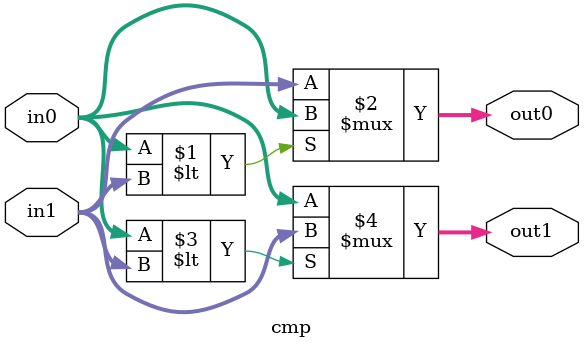
<source format=v>
module sort_pipe(
     input clk,
     input  [7:0] x_0, x_1, x_2, x_3, x_4, x_5, x_6, x_7, x_8, x_9, x_10, x_11, x_12, x_13, x_14, x_15, x_16, x_17, x_18, x_19, x_20, x_21, x_22, x_23, x_24, x_25, x_26, x_27, x_28, x_29, x_30, x_31, x_32, x_33, x_34, x_35, x_36, x_37, x_38, x_39, x_40, x_41, x_42, x_43, x_44, x_45, x_46, x_47, x_48, 
     output [7:0] median
);
reg[7:0] r0 [48:0];
reg[7:0] r1 [48:0];
reg[7:0] r2 [48:0];
reg[7:0] r3 [48:0];
reg[7:0] r4 [48:0];
reg[7:0] r5 [48:0];
reg[7:0] r6 [48:0];
reg[7:0] r7 [48:0];
reg[7:0] r8 [48:0];
reg[7:0] r9 [48:0];
reg[7:0] r10 [48:0];
reg[7:0] r11 [48:0];
reg[7:0] r12 [48:0];
reg[7:0] r13 [48:0];
reg[7:0] r14 [48:0];
reg[7:0] r15 [48:0];
reg[7:0] r16 [48:0];
reg[7:0] r17 [48:0];
reg[7:0] r18 [48:0];
reg[7:0] r19 [48:0];
reg[7:0] r20 [48:0];

//-------declaration layer:0----------
wire [7:0] cmp0_out0;
wire [7:0] cmp0_out1;
reg [7:0] cmp0_in0;
reg [7:0] cmp0_in1;

wire [7:0] cmp1_out0;
wire [7:0] cmp1_out1;
reg [7:0] cmp1_in0;
reg [7:0] cmp1_in1;

wire [7:0] cmp2_out0;
wire [7:0] cmp2_out1;
reg [7:0] cmp2_in0;
reg [7:0] cmp2_in1;

wire [7:0] cmp3_out0;
wire [7:0] cmp3_out1;
reg [7:0] cmp3_in0;
reg [7:0] cmp3_in1;

wire [7:0] cmp4_out0;
wire [7:0] cmp4_out1;
reg [7:0] cmp4_in0;
reg [7:0] cmp4_in1;

wire [7:0] cmp5_out0;
wire [7:0] cmp5_out1;
reg [7:0] cmp5_in0;
reg [7:0] cmp5_in1;

wire [7:0] cmp6_out0;
wire [7:0] cmp6_out1;
reg [7:0] cmp6_in0;
reg [7:0] cmp6_in1;

wire [7:0] cmp7_out0;
wire [7:0] cmp7_out1;
reg [7:0] cmp7_in0;
reg [7:0] cmp7_in1;

wire [7:0] cmp8_out0;
wire [7:0] cmp8_out1;
reg [7:0] cmp8_in0;
reg [7:0] cmp8_in1;

wire [7:0] cmp9_out0;
wire [7:0] cmp9_out1;
reg [7:0] cmp9_in0;
reg [7:0] cmp9_in1;

wire [7:0] cmp10_out0;
wire [7:0] cmp10_out1;
reg [7:0] cmp10_in0;
reg [7:0] cmp10_in1;

wire [7:0] cmp11_out0;
wire [7:0] cmp11_out1;
reg [7:0] cmp11_in0;
reg [7:0] cmp11_in1;

wire [7:0] cmp12_out0;
wire [7:0] cmp12_out1;
reg [7:0] cmp12_in0;
reg [7:0] cmp12_in1;

wire [7:0] cmp13_out0;
wire [7:0] cmp13_out1;
reg [7:0] cmp13_in0;
reg [7:0] cmp13_in1;

wire [7:0] cmp14_out0;
wire [7:0] cmp14_out1;
reg [7:0] cmp14_in0;
reg [7:0] cmp14_in1;

wire [7:0] cmp15_out0;
wire [7:0] cmp15_out1;
reg [7:0] cmp15_in0;
reg [7:0] cmp15_in1;

wire [7:0] cmp16_out0;
wire [7:0] cmp16_out1;
reg [7:0] cmp16_in0;
reg [7:0] cmp16_in1;

//-------declaration layer:1----------
wire [7:0] cmp17_out0;
wire [7:0] cmp17_out1;
reg [7:0] cmp17_in0;
reg [7:0] cmp17_in1;

wire [7:0] cmp18_out0;
wire [7:0] cmp18_out1;
reg [7:0] cmp18_in0;
reg [7:0] cmp18_in1;

wire [7:0] cmp19_out0;
wire [7:0] cmp19_out1;
reg [7:0] cmp19_in0;
reg [7:0] cmp19_in1;

wire [7:0] cmp20_out0;
wire [7:0] cmp20_out1;
reg [7:0] cmp20_in0;
reg [7:0] cmp20_in1;

wire [7:0] cmp21_out0;
wire [7:0] cmp21_out1;
reg [7:0] cmp21_in0;
reg [7:0] cmp21_in1;

wire [7:0] cmp22_out0;
wire [7:0] cmp22_out1;
reg [7:0] cmp22_in0;
reg [7:0] cmp22_in1;

wire [7:0] cmp23_out0;
wire [7:0] cmp23_out1;
reg [7:0] cmp23_in0;
reg [7:0] cmp23_in1;

wire [7:0] cmp24_out0;
wire [7:0] cmp24_out1;
reg [7:0] cmp24_in0;
reg [7:0] cmp24_in1;

wire [7:0] cmp25_out0;
wire [7:0] cmp25_out1;
reg [7:0] cmp25_in0;
reg [7:0] cmp25_in1;

wire [7:0] cmp26_out0;
wire [7:0] cmp26_out1;
reg [7:0] cmp26_in0;
reg [7:0] cmp26_in1;

wire [7:0] cmp27_out0;
wire [7:0] cmp27_out1;
reg [7:0] cmp27_in0;
reg [7:0] cmp27_in1;

wire [7:0] cmp28_out0;
wire [7:0] cmp28_out1;
reg [7:0] cmp28_in0;
reg [7:0] cmp28_in1;

wire [7:0] cmp29_out0;
wire [7:0] cmp29_out1;
reg [7:0] cmp29_in0;
reg [7:0] cmp29_in1;

wire [7:0] cmp30_out0;
wire [7:0] cmp30_out1;
reg [7:0] cmp30_in0;
reg [7:0] cmp30_in1;

wire [7:0] cmp31_out0;
wire [7:0] cmp31_out1;
reg [7:0] cmp31_in0;
reg [7:0] cmp31_in1;

wire [7:0] cmp32_out0;
wire [7:0] cmp32_out1;
reg [7:0] cmp32_in0;
reg [7:0] cmp32_in1;

wire [7:0] cmp33_out0;
wire [7:0] cmp33_out1;
reg [7:0] cmp33_in0;
reg [7:0] cmp33_in1;

//-------declaration layer:2----------
wire [7:0] cmp34_out0;
wire [7:0] cmp34_out1;
reg [7:0] cmp34_in0;
reg [7:0] cmp34_in1;

wire [7:0] cmp35_out0;
wire [7:0] cmp35_out1;
reg [7:0] cmp35_in0;
reg [7:0] cmp35_in1;

wire [7:0] cmp36_out0;
wire [7:0] cmp36_out1;
reg [7:0] cmp36_in0;
reg [7:0] cmp36_in1;

wire [7:0] cmp37_out0;
wire [7:0] cmp37_out1;
reg [7:0] cmp37_in0;
reg [7:0] cmp37_in1;

wire [7:0] cmp38_out0;
wire [7:0] cmp38_out1;
reg [7:0] cmp38_in0;
reg [7:0] cmp38_in1;

wire [7:0] cmp39_out0;
wire [7:0] cmp39_out1;
reg [7:0] cmp39_in0;
reg [7:0] cmp39_in1;

wire [7:0] cmp40_out0;
wire [7:0] cmp40_out1;
reg [7:0] cmp40_in0;
reg [7:0] cmp40_in1;

wire [7:0] cmp41_out0;
wire [7:0] cmp41_out1;
reg [7:0] cmp41_in0;
reg [7:0] cmp41_in1;

wire [7:0] cmp42_out0;
wire [7:0] cmp42_out1;
reg [7:0] cmp42_in0;
reg [7:0] cmp42_in1;

wire [7:0] cmp43_out0;
wire [7:0] cmp43_out1;
reg [7:0] cmp43_in0;
reg [7:0] cmp43_in1;

wire [7:0] cmp44_out0;
wire [7:0] cmp44_out1;
reg [7:0] cmp44_in0;
reg [7:0] cmp44_in1;

wire [7:0] cmp45_out0;
wire [7:0] cmp45_out1;
reg [7:0] cmp45_in0;
reg [7:0] cmp45_in1;

wire [7:0] cmp46_out0;
wire [7:0] cmp46_out1;
reg [7:0] cmp46_in0;
reg [7:0] cmp46_in1;

wire [7:0] cmp47_out0;
wire [7:0] cmp47_out1;
reg [7:0] cmp47_in0;
reg [7:0] cmp47_in1;

wire [7:0] cmp48_out0;
wire [7:0] cmp48_out1;
reg [7:0] cmp48_in0;
reg [7:0] cmp48_in1;

wire [7:0] cmp49_out0;
wire [7:0] cmp49_out1;
reg [7:0] cmp49_in0;
reg [7:0] cmp49_in1;

wire [7:0] cmp50_out0;
wire [7:0] cmp50_out1;
reg [7:0] cmp50_in0;
reg [7:0] cmp50_in1;

wire [7:0] cmp51_out0;
wire [7:0] cmp51_out1;
reg [7:0] cmp51_in0;
reg [7:0] cmp51_in1;

wire [7:0] cmp52_out0;
wire [7:0] cmp52_out1;
reg [7:0] cmp52_in0;
reg [7:0] cmp52_in1;

wire [7:0] cmp53_out0;
wire [7:0] cmp53_out1;
reg [7:0] cmp53_in0;
reg [7:0] cmp53_in1;

wire [7:0] cmp54_out0;
wire [7:0] cmp54_out1;
reg [7:0] cmp54_in0;
reg [7:0] cmp54_in1;

wire [7:0] cmp55_out0;
wire [7:0] cmp55_out1;
reg [7:0] cmp55_in0;
reg [7:0] cmp55_in1;

wire [7:0] cmp56_out0;
wire [7:0] cmp56_out1;
reg [7:0] cmp56_in0;
reg [7:0] cmp56_in1;

wire [7:0] cmp57_out0;
wire [7:0] cmp57_out1;
reg [7:0] cmp57_in0;
reg [7:0] cmp57_in1;

//-------declaration layer:3----------
wire [7:0] cmp58_out0;
wire [7:0] cmp58_out1;
reg [7:0] cmp58_in0;
reg [7:0] cmp58_in1;

wire [7:0] cmp59_out0;
wire [7:0] cmp59_out1;
reg [7:0] cmp59_in0;
reg [7:0] cmp59_in1;

wire [7:0] cmp60_out0;
wire [7:0] cmp60_out1;
reg [7:0] cmp60_in0;
reg [7:0] cmp60_in1;

wire [7:0] cmp61_out0;
wire [7:0] cmp61_out1;
reg [7:0] cmp61_in0;
reg [7:0] cmp61_in1;

wire [7:0] cmp62_out0;
wire [7:0] cmp62_out1;
reg [7:0] cmp62_in0;
reg [7:0] cmp62_in1;

wire [7:0] cmp63_out0;
wire [7:0] cmp63_out1;
reg [7:0] cmp63_in0;
reg [7:0] cmp63_in1;

wire [7:0] cmp64_out0;
wire [7:0] cmp64_out1;
reg [7:0] cmp64_in0;
reg [7:0] cmp64_in1;

wire [7:0] cmp65_out0;
wire [7:0] cmp65_out1;
reg [7:0] cmp65_in0;
reg [7:0] cmp65_in1;

wire [7:0] cmp66_out0;
wire [7:0] cmp66_out1;
reg [7:0] cmp66_in0;
reg [7:0] cmp66_in1;

wire [7:0] cmp67_out0;
wire [7:0] cmp67_out1;
reg [7:0] cmp67_in0;
reg [7:0] cmp67_in1;

wire [7:0] cmp68_out0;
wire [7:0] cmp68_out1;
reg [7:0] cmp68_in0;
reg [7:0] cmp68_in1;

wire [7:0] cmp69_out0;
wire [7:0] cmp69_out1;
reg [7:0] cmp69_in0;
reg [7:0] cmp69_in1;

wire [7:0] cmp70_out0;
wire [7:0] cmp70_out1;
reg [7:0] cmp70_in0;
reg [7:0] cmp70_in1;

wire [7:0] cmp71_out0;
wire [7:0] cmp71_out1;
reg [7:0] cmp71_in0;
reg [7:0] cmp71_in1;

wire [7:0] cmp72_out0;
wire [7:0] cmp72_out1;
reg [7:0] cmp72_in0;
reg [7:0] cmp72_in1;

wire [7:0] cmp73_out0;
wire [7:0] cmp73_out1;
reg [7:0] cmp73_in0;
reg [7:0] cmp73_in1;

//-------declaration layer:4----------
wire [7:0] cmp74_out0;
wire [7:0] cmp74_out1;
reg [7:0] cmp74_in0;
reg [7:0] cmp74_in1;

wire [7:0] cmp75_out0;
wire [7:0] cmp75_out1;
reg [7:0] cmp75_in0;
reg [7:0] cmp75_in1;

wire [7:0] cmp76_out0;
wire [7:0] cmp76_out1;
reg [7:0] cmp76_in0;
reg [7:0] cmp76_in1;

wire [7:0] cmp77_out0;
wire [7:0] cmp77_out1;
reg [7:0] cmp77_in0;
reg [7:0] cmp77_in1;

wire [7:0] cmp78_out0;
wire [7:0] cmp78_out1;
reg [7:0] cmp78_in0;
reg [7:0] cmp78_in1;

wire [7:0] cmp79_out0;
wire [7:0] cmp79_out1;
reg [7:0] cmp79_in0;
reg [7:0] cmp79_in1;

wire [7:0] cmp80_out0;
wire [7:0] cmp80_out1;
reg [7:0] cmp80_in0;
reg [7:0] cmp80_in1;

wire [7:0] cmp81_out0;
wire [7:0] cmp81_out1;
reg [7:0] cmp81_in0;
reg [7:0] cmp81_in1;

wire [7:0] cmp82_out0;
wire [7:0] cmp82_out1;
reg [7:0] cmp82_in0;
reg [7:0] cmp82_in1;

//-------declaration layer:5----------
wire [7:0] cmp83_out0;
wire [7:0] cmp83_out1;
reg [7:0] cmp83_in0;
reg [7:0] cmp83_in1;

wire [7:0] cmp84_out0;
wire [7:0] cmp84_out1;
reg [7:0] cmp84_in0;
reg [7:0] cmp84_in1;

wire [7:0] cmp85_out0;
wire [7:0] cmp85_out1;
reg [7:0] cmp85_in0;
reg [7:0] cmp85_in1;

wire [7:0] cmp86_out0;
wire [7:0] cmp86_out1;
reg [7:0] cmp86_in0;
reg [7:0] cmp86_in1;

wire [7:0] cmp87_out0;
wire [7:0] cmp87_out1;
reg [7:0] cmp87_in0;
reg [7:0] cmp87_in1;

wire [7:0] cmp88_out0;
wire [7:0] cmp88_out1;
reg [7:0] cmp88_in0;
reg [7:0] cmp88_in1;

wire [7:0] cmp89_out0;
wire [7:0] cmp89_out1;
reg [7:0] cmp89_in0;
reg [7:0] cmp89_in1;

wire [7:0] cmp90_out0;
wire [7:0] cmp90_out1;
reg [7:0] cmp90_in0;
reg [7:0] cmp90_in1;

wire [7:0] cmp91_out0;
wire [7:0] cmp91_out1;
reg [7:0] cmp91_in0;
reg [7:0] cmp91_in1;

wire [7:0] cmp92_out0;
wire [7:0] cmp92_out1;
reg [7:0] cmp92_in0;
reg [7:0] cmp92_in1;

wire [7:0] cmp93_out0;
wire [7:0] cmp93_out1;
reg [7:0] cmp93_in0;
reg [7:0] cmp93_in1;

wire [7:0] cmp94_out0;
wire [7:0] cmp94_out1;
reg [7:0] cmp94_in0;
reg [7:0] cmp94_in1;

wire [7:0] cmp95_out0;
wire [7:0] cmp95_out1;
reg [7:0] cmp95_in0;
reg [7:0] cmp95_in1;

wire [7:0] cmp96_out0;
wire [7:0] cmp96_out1;
reg [7:0] cmp96_in0;
reg [7:0] cmp96_in1;

wire [7:0] cmp97_out0;
wire [7:0] cmp97_out1;
reg [7:0] cmp97_in0;
reg [7:0] cmp97_in1;

wire [7:0] cmp98_out0;
wire [7:0] cmp98_out1;
reg [7:0] cmp98_in0;
reg [7:0] cmp98_in1;

wire [7:0] cmp99_out0;
wire [7:0] cmp99_out1;
reg [7:0] cmp99_in0;
reg [7:0] cmp99_in1;

wire [7:0] cmp100_out0;
wire [7:0] cmp100_out1;
reg [7:0] cmp100_in0;
reg [7:0] cmp100_in1;

wire [7:0] cmp101_out0;
wire [7:0] cmp101_out1;
reg [7:0] cmp101_in0;
reg [7:0] cmp101_in1;

wire [7:0] cmp102_out0;
wire [7:0] cmp102_out1;
reg [7:0] cmp102_in0;
reg [7:0] cmp102_in1;

wire [7:0] cmp103_out0;
wire [7:0] cmp103_out1;
reg [7:0] cmp103_in0;
reg [7:0] cmp103_in1;

//-------declaration layer:6----------
wire [7:0] cmp104_out0;
wire [7:0] cmp104_out1;
reg [7:0] cmp104_in0;
reg [7:0] cmp104_in1;

wire [7:0] cmp105_out0;
wire [7:0] cmp105_out1;
reg [7:0] cmp105_in0;
reg [7:0] cmp105_in1;

wire [7:0] cmp106_out0;
wire [7:0] cmp106_out1;
reg [7:0] cmp106_in0;
reg [7:0] cmp106_in1;

wire [7:0] cmp107_out0;
wire [7:0] cmp107_out1;
reg [7:0] cmp107_in0;
reg [7:0] cmp107_in1;

wire [7:0] cmp108_out0;
wire [7:0] cmp108_out1;
reg [7:0] cmp108_in0;
reg [7:0] cmp108_in1;

wire [7:0] cmp109_out0;
wire [7:0] cmp109_out1;
reg [7:0] cmp109_in0;
reg [7:0] cmp109_in1;

wire [7:0] cmp110_out0;
wire [7:0] cmp110_out1;
reg [7:0] cmp110_in0;
reg [7:0] cmp110_in1;

wire [7:0] cmp111_out0;
wire [7:0] cmp111_out1;
reg [7:0] cmp111_in0;
reg [7:0] cmp111_in1;

wire [7:0] cmp112_out0;
wire [7:0] cmp112_out1;
reg [7:0] cmp112_in0;
reg [7:0] cmp112_in1;

wire [7:0] cmp113_out0;
wire [7:0] cmp113_out1;
reg [7:0] cmp113_in0;
reg [7:0] cmp113_in1;

wire [7:0] cmp114_out0;
wire [7:0] cmp114_out1;
reg [7:0] cmp114_in0;
reg [7:0] cmp114_in1;

wire [7:0] cmp115_out0;
wire [7:0] cmp115_out1;
reg [7:0] cmp115_in0;
reg [7:0] cmp115_in1;

wire [7:0] cmp116_out0;
wire [7:0] cmp116_out1;
reg [7:0] cmp116_in0;
reg [7:0] cmp116_in1;

wire [7:0] cmp117_out0;
wire [7:0] cmp117_out1;
reg [7:0] cmp117_in0;
reg [7:0] cmp117_in1;

wire [7:0] cmp118_out0;
wire [7:0] cmp118_out1;
reg [7:0] cmp118_in0;
reg [7:0] cmp118_in1;

wire [7:0] cmp119_out0;
wire [7:0] cmp119_out1;
reg [7:0] cmp119_in0;
reg [7:0] cmp119_in1;

wire [7:0] cmp120_out0;
wire [7:0] cmp120_out1;
reg [7:0] cmp120_in0;
reg [7:0] cmp120_in1;

wire [7:0] cmp121_out0;
wire [7:0] cmp121_out1;
reg [7:0] cmp121_in0;
reg [7:0] cmp121_in1;

wire [7:0] cmp122_out0;
wire [7:0] cmp122_out1;
reg [7:0] cmp122_in0;
reg [7:0] cmp122_in1;

wire [7:0] cmp123_out0;
wire [7:0] cmp123_out1;
reg [7:0] cmp123_in0;
reg [7:0] cmp123_in1;

//-------declaration layer:7----------
wire [7:0] cmp124_out0;
wire [7:0] cmp124_out1;
reg [7:0] cmp124_in0;
reg [7:0] cmp124_in1;

wire [7:0] cmp125_out0;
wire [7:0] cmp125_out1;
reg [7:0] cmp125_in0;
reg [7:0] cmp125_in1;

wire [7:0] cmp126_out0;
wire [7:0] cmp126_out1;
reg [7:0] cmp126_in0;
reg [7:0] cmp126_in1;

wire [7:0] cmp127_out0;
wire [7:0] cmp127_out1;
reg [7:0] cmp127_in0;
reg [7:0] cmp127_in1;

wire [7:0] cmp128_out0;
wire [7:0] cmp128_out1;
reg [7:0] cmp128_in0;
reg [7:0] cmp128_in1;

wire [7:0] cmp129_out0;
wire [7:0] cmp129_out1;
reg [7:0] cmp129_in0;
reg [7:0] cmp129_in1;

wire [7:0] cmp130_out0;
wire [7:0] cmp130_out1;
reg [7:0] cmp130_in0;
reg [7:0] cmp130_in1;

wire [7:0] cmp131_out0;
wire [7:0] cmp131_out1;
reg [7:0] cmp131_in0;
reg [7:0] cmp131_in1;

wire [7:0] cmp132_out0;
wire [7:0] cmp132_out1;
reg [7:0] cmp132_in0;
reg [7:0] cmp132_in1;

//-------declaration layer:8----------
wire [7:0] cmp133_out0;
wire [7:0] cmp133_out1;
reg [7:0] cmp133_in0;
reg [7:0] cmp133_in1;

wire [7:0] cmp134_out0;
wire [7:0] cmp134_out1;
reg [7:0] cmp134_in0;
reg [7:0] cmp134_in1;

wire [7:0] cmp135_out0;
wire [7:0] cmp135_out1;
reg [7:0] cmp135_in0;
reg [7:0] cmp135_in1;

wire [7:0] cmp136_out0;
wire [7:0] cmp136_out1;
reg [7:0] cmp136_in0;
reg [7:0] cmp136_in1;

wire [7:0] cmp137_out0;
wire [7:0] cmp137_out1;
reg [7:0] cmp137_in0;
reg [7:0] cmp137_in1;

wire [7:0] cmp138_out0;
wire [7:0] cmp138_out1;
reg [7:0] cmp138_in0;
reg [7:0] cmp138_in1;

wire [7:0] cmp139_out0;
wire [7:0] cmp139_out1;
reg [7:0] cmp139_in0;
reg [7:0] cmp139_in1;

wire [7:0] cmp140_out0;
wire [7:0] cmp140_out1;
reg [7:0] cmp140_in0;
reg [7:0] cmp140_in1;

wire [7:0] cmp141_out0;
wire [7:0] cmp141_out1;
reg [7:0] cmp141_in0;
reg [7:0] cmp141_in1;

wire [7:0] cmp142_out0;
wire [7:0] cmp142_out1;
reg [7:0] cmp142_in0;
reg [7:0] cmp142_in1;

wire [7:0] cmp143_out0;
wire [7:0] cmp143_out1;
reg [7:0] cmp143_in0;
reg [7:0] cmp143_in1;

wire [7:0] cmp144_out0;
wire [7:0] cmp144_out1;
reg [7:0] cmp144_in0;
reg [7:0] cmp144_in1;

wire [7:0] cmp145_out0;
wire [7:0] cmp145_out1;
reg [7:0] cmp145_in0;
reg [7:0] cmp145_in1;

wire [7:0] cmp146_out0;
wire [7:0] cmp146_out1;
reg [7:0] cmp146_in0;
reg [7:0] cmp146_in1;

wire [7:0] cmp147_out0;
wire [7:0] cmp147_out1;
reg [7:0] cmp147_in0;
reg [7:0] cmp147_in1;

wire [7:0] cmp148_out0;
wire [7:0] cmp148_out1;
reg [7:0] cmp148_in0;
reg [7:0] cmp148_in1;

wire [7:0] cmp149_out0;
wire [7:0] cmp149_out1;
reg [7:0] cmp149_in0;
reg [7:0] cmp149_in1;

//-------declaration layer:9----------
wire [7:0] cmp150_out0;
wire [7:0] cmp150_out1;
reg [7:0] cmp150_in0;
reg [7:0] cmp150_in1;

wire [7:0] cmp151_out0;
wire [7:0] cmp151_out1;
reg [7:0] cmp151_in0;
reg [7:0] cmp151_in1;

wire [7:0] cmp152_out0;
wire [7:0] cmp152_out1;
reg [7:0] cmp152_in0;
reg [7:0] cmp152_in1;

wire [7:0] cmp153_out0;
wire [7:0] cmp153_out1;
reg [7:0] cmp153_in0;
reg [7:0] cmp153_in1;

wire [7:0] cmp154_out0;
wire [7:0] cmp154_out1;
reg [7:0] cmp154_in0;
reg [7:0] cmp154_in1;

wire [7:0] cmp155_out0;
wire [7:0] cmp155_out1;
reg [7:0] cmp155_in0;
reg [7:0] cmp155_in1;

wire [7:0] cmp156_out0;
wire [7:0] cmp156_out1;
reg [7:0] cmp156_in0;
reg [7:0] cmp156_in1;

wire [7:0] cmp157_out0;
wire [7:0] cmp157_out1;
reg [7:0] cmp157_in0;
reg [7:0] cmp157_in1;

wire [7:0] cmp158_out0;
wire [7:0] cmp158_out1;
reg [7:0] cmp158_in0;
reg [7:0] cmp158_in1;

wire [7:0] cmp159_out0;
wire [7:0] cmp159_out1;
reg [7:0] cmp159_in0;
reg [7:0] cmp159_in1;

wire [7:0] cmp160_out0;
wire [7:0] cmp160_out1;
reg [7:0] cmp160_in0;
reg [7:0] cmp160_in1;

wire [7:0] cmp161_out0;
wire [7:0] cmp161_out1;
reg [7:0] cmp161_in0;
reg [7:0] cmp161_in1;

wire [7:0] cmp162_out0;
wire [7:0] cmp162_out1;
reg [7:0] cmp162_in0;
reg [7:0] cmp162_in1;

wire [7:0] cmp163_out0;
wire [7:0] cmp163_out1;
reg [7:0] cmp163_in0;
reg [7:0] cmp163_in1;

wire [7:0] cmp164_out0;
wire [7:0] cmp164_out1;
reg [7:0] cmp164_in0;
reg [7:0] cmp164_in1;

wire [7:0] cmp165_out0;
wire [7:0] cmp165_out1;
reg [7:0] cmp165_in0;
reg [7:0] cmp165_in1;

wire [7:0] cmp166_out0;
wire [7:0] cmp166_out1;
reg [7:0] cmp166_in0;
reg [7:0] cmp166_in1;

wire [7:0] cmp167_out0;
wire [7:0] cmp167_out1;
reg [7:0] cmp167_in0;
reg [7:0] cmp167_in1;

wire [7:0] cmp168_out0;
wire [7:0] cmp168_out1;
reg [7:0] cmp168_in0;
reg [7:0] cmp168_in1;

wire [7:0] cmp169_out0;
wire [7:0] cmp169_out1;
reg [7:0] cmp169_in0;
reg [7:0] cmp169_in1;

wire [7:0] cmp170_out0;
wire [7:0] cmp170_out1;
reg [7:0] cmp170_in0;
reg [7:0] cmp170_in1;

wire [7:0] cmp171_out0;
wire [7:0] cmp171_out1;
reg [7:0] cmp171_in0;
reg [7:0] cmp171_in1;

wire [7:0] cmp172_out0;
wire [7:0] cmp172_out1;
reg [7:0] cmp172_in0;
reg [7:0] cmp172_in1;

//-------declaration layer:10----------
wire [7:0] cmp173_out0;
wire [7:0] cmp173_out1;
reg [7:0] cmp173_in0;
reg [7:0] cmp173_in1;

wire [7:0] cmp174_out0;
wire [7:0] cmp174_out1;
reg [7:0] cmp174_in0;
reg [7:0] cmp174_in1;

wire [7:0] cmp175_out0;
wire [7:0] cmp175_out1;
reg [7:0] cmp175_in0;
reg [7:0] cmp175_in1;

wire [7:0] cmp176_out0;
wire [7:0] cmp176_out1;
reg [7:0] cmp176_in0;
reg [7:0] cmp176_in1;

wire [7:0] cmp177_out0;
wire [7:0] cmp177_out1;
reg [7:0] cmp177_in0;
reg [7:0] cmp177_in1;

wire [7:0] cmp178_out0;
wire [7:0] cmp178_out1;
reg [7:0] cmp178_in0;
reg [7:0] cmp178_in1;

wire [7:0] cmp179_out0;
wire [7:0] cmp179_out1;
reg [7:0] cmp179_in0;
reg [7:0] cmp179_in1;

wire [7:0] cmp180_out0;
wire [7:0] cmp180_out1;
reg [7:0] cmp180_in0;
reg [7:0] cmp180_in1;

wire [7:0] cmp181_out0;
wire [7:0] cmp181_out1;
reg [7:0] cmp181_in0;
reg [7:0] cmp181_in1;

wire [7:0] cmp182_out0;
wire [7:0] cmp182_out1;
reg [7:0] cmp182_in0;
reg [7:0] cmp182_in1;

wire [7:0] cmp183_out0;
wire [7:0] cmp183_out1;
reg [7:0] cmp183_in0;
reg [7:0] cmp183_in1;

wire [7:0] cmp184_out0;
wire [7:0] cmp184_out1;
reg [7:0] cmp184_in0;
reg [7:0] cmp184_in1;

wire [7:0] cmp185_out0;
wire [7:0] cmp185_out1;
reg [7:0] cmp185_in0;
reg [7:0] cmp185_in1;

wire [7:0] cmp186_out0;
wire [7:0] cmp186_out1;
reg [7:0] cmp186_in0;
reg [7:0] cmp186_in1;

wire [7:0] cmp187_out0;
wire [7:0] cmp187_out1;
reg [7:0] cmp187_in0;
reg [7:0] cmp187_in1;

wire [7:0] cmp188_out0;
wire [7:0] cmp188_out1;
reg [7:0] cmp188_in0;
reg [7:0] cmp188_in1;

wire [7:0] cmp189_out0;
wire [7:0] cmp189_out1;
reg [7:0] cmp189_in0;
reg [7:0] cmp189_in1;

wire [7:0] cmp190_out0;
wire [7:0] cmp190_out1;
reg [7:0] cmp190_in0;
reg [7:0] cmp190_in1;

wire [7:0] cmp191_out0;
wire [7:0] cmp191_out1;
reg [7:0] cmp191_in0;
reg [7:0] cmp191_in1;

wire [7:0] cmp192_out0;
wire [7:0] cmp192_out1;
reg [7:0] cmp192_in0;
reg [7:0] cmp192_in1;

wire [7:0] cmp193_out0;
wire [7:0] cmp193_out1;
reg [7:0] cmp193_in0;
reg [7:0] cmp193_in1;

wire [7:0] cmp194_out0;
wire [7:0] cmp194_out1;
reg [7:0] cmp194_in0;
reg [7:0] cmp194_in1;

//-------declaration layer:11----------
wire [7:0] cmp195_out0;
wire [7:0] cmp195_out1;
reg [7:0] cmp195_in0;
reg [7:0] cmp195_in1;

wire [7:0] cmp196_out0;
wire [7:0] cmp196_out1;
reg [7:0] cmp196_in0;
reg [7:0] cmp196_in1;

wire [7:0] cmp197_out0;
wire [7:0] cmp197_out1;
reg [7:0] cmp197_in0;
reg [7:0] cmp197_in1;

wire [7:0] cmp198_out0;
wire [7:0] cmp198_out1;
reg [7:0] cmp198_in0;
reg [7:0] cmp198_in1;

wire [7:0] cmp199_out0;
wire [7:0] cmp199_out1;
reg [7:0] cmp199_in0;
reg [7:0] cmp199_in1;

wire [7:0] cmp200_out0;
wire [7:0] cmp200_out1;
reg [7:0] cmp200_in0;
reg [7:0] cmp200_in1;

wire [7:0] cmp201_out0;
wire [7:0] cmp201_out1;
reg [7:0] cmp201_in0;
reg [7:0] cmp201_in1;

wire [7:0] cmp202_out0;
wire [7:0] cmp202_out1;
reg [7:0] cmp202_in0;
reg [7:0] cmp202_in1;

wire [7:0] cmp203_out0;
wire [7:0] cmp203_out1;
reg [7:0] cmp203_in0;
reg [7:0] cmp203_in1;

//-------declaration layer:12----------
wire [7:0] cmp204_out0;
wire [7:0] cmp204_out1;
reg [7:0] cmp204_in0;
reg [7:0] cmp204_in1;

wire [7:0] cmp205_out0;
wire [7:0] cmp205_out1;
reg [7:0] cmp205_in0;
reg [7:0] cmp205_in1;

wire [7:0] cmp206_out0;
wire [7:0] cmp206_out1;
reg [7:0] cmp206_in0;
reg [7:0] cmp206_in1;

wire [7:0] cmp207_out0;
wire [7:0] cmp207_out1;
reg [7:0] cmp207_in0;
reg [7:0] cmp207_in1;

wire [7:0] cmp208_out0;
wire [7:0] cmp208_out1;
reg [7:0] cmp208_in0;
reg [7:0] cmp208_in1;

wire [7:0] cmp209_out0;
wire [7:0] cmp209_out1;
reg [7:0] cmp209_in0;
reg [7:0] cmp209_in1;

wire [7:0] cmp210_out0;
wire [7:0] cmp210_out1;
reg [7:0] cmp210_in0;
reg [7:0] cmp210_in1;

wire [7:0] cmp211_out0;
wire [7:0] cmp211_out1;
reg [7:0] cmp211_in0;
reg [7:0] cmp211_in1;

wire [7:0] cmp212_out0;
wire [7:0] cmp212_out1;
reg [7:0] cmp212_in0;
reg [7:0] cmp212_in1;

wire [7:0] cmp213_out0;
wire [7:0] cmp213_out1;
reg [7:0] cmp213_in0;
reg [7:0] cmp213_in1;

wire [7:0] cmp214_out0;
wire [7:0] cmp214_out1;
reg [7:0] cmp214_in0;
reg [7:0] cmp214_in1;

wire [7:0] cmp215_out0;
wire [7:0] cmp215_out1;
reg [7:0] cmp215_in0;
reg [7:0] cmp215_in1;

wire [7:0] cmp216_out0;
wire [7:0] cmp216_out1;
reg [7:0] cmp216_in0;
reg [7:0] cmp216_in1;

wire [7:0] cmp217_out0;
wire [7:0] cmp217_out1;
reg [7:0] cmp217_in0;
reg [7:0] cmp217_in1;

wire [7:0] cmp218_out0;
wire [7:0] cmp218_out1;
reg [7:0] cmp218_in0;
reg [7:0] cmp218_in1;

wire [7:0] cmp219_out0;
wire [7:0] cmp219_out1;
reg [7:0] cmp219_in0;
reg [7:0] cmp219_in1;

wire [7:0] cmp220_out0;
wire [7:0] cmp220_out1;
reg [7:0] cmp220_in0;
reg [7:0] cmp220_in1;

//-------declaration layer:13----------
wire [7:0] cmp221_out0;
wire [7:0] cmp221_out1;
reg [7:0] cmp221_in0;
reg [7:0] cmp221_in1;

wire [7:0] cmp222_out0;
wire [7:0] cmp222_out1;
reg [7:0] cmp222_in0;
reg [7:0] cmp222_in1;

wire [7:0] cmp223_out0;
wire [7:0] cmp223_out1;
reg [7:0] cmp223_in0;
reg [7:0] cmp223_in1;

wire [7:0] cmp224_out0;
wire [7:0] cmp224_out1;
reg [7:0] cmp224_in0;
reg [7:0] cmp224_in1;

wire [7:0] cmp225_out0;
wire [7:0] cmp225_out1;
reg [7:0] cmp225_in0;
reg [7:0] cmp225_in1;

wire [7:0] cmp226_out0;
wire [7:0] cmp226_out1;
reg [7:0] cmp226_in0;
reg [7:0] cmp226_in1;

wire [7:0] cmp227_out0;
wire [7:0] cmp227_out1;
reg [7:0] cmp227_in0;
reg [7:0] cmp227_in1;

wire [7:0] cmp228_out0;
wire [7:0] cmp228_out1;
reg [7:0] cmp228_in0;
reg [7:0] cmp228_in1;

wire [7:0] cmp229_out0;
wire [7:0] cmp229_out1;
reg [7:0] cmp229_in0;
reg [7:0] cmp229_in1;

wire [7:0] cmp230_out0;
wire [7:0] cmp230_out1;
reg [7:0] cmp230_in0;
reg [7:0] cmp230_in1;

wire [7:0] cmp231_out0;
wire [7:0] cmp231_out1;
reg [7:0] cmp231_in0;
reg [7:0] cmp231_in1;

wire [7:0] cmp232_out0;
wire [7:0] cmp232_out1;
reg [7:0] cmp232_in0;
reg [7:0] cmp232_in1;

wire [7:0] cmp233_out0;
wire [7:0] cmp233_out1;
reg [7:0] cmp233_in0;
reg [7:0] cmp233_in1;

wire [7:0] cmp234_out0;
wire [7:0] cmp234_out1;
reg [7:0] cmp234_in0;
reg [7:0] cmp234_in1;

wire [7:0] cmp235_out0;
wire [7:0] cmp235_out1;
reg [7:0] cmp235_in0;
reg [7:0] cmp235_in1;

wire [7:0] cmp236_out0;
wire [7:0] cmp236_out1;
reg [7:0] cmp236_in0;
reg [7:0] cmp236_in1;

wire [7:0] cmp237_out0;
wire [7:0] cmp237_out1;
reg [7:0] cmp237_in0;
reg [7:0] cmp237_in1;

wire [7:0] cmp238_out0;
wire [7:0] cmp238_out1;
reg [7:0] cmp238_in0;
reg [7:0] cmp238_in1;

wire [7:0] cmp239_out0;
wire [7:0] cmp239_out1;
reg [7:0] cmp239_in0;
reg [7:0] cmp239_in1;

wire [7:0] cmp240_out0;
wire [7:0] cmp240_out1;
reg [7:0] cmp240_in0;
reg [7:0] cmp240_in1;

wire [7:0] cmp241_out0;
wire [7:0] cmp241_out1;
reg [7:0] cmp241_in0;
reg [7:0] cmp241_in1;

//-------declaration layer:14----------
wire [7:0] cmp242_out0;
wire [7:0] cmp242_out1;
reg [7:0] cmp242_in0;
reg [7:0] cmp242_in1;

wire [7:0] cmp243_out0;
wire [7:0] cmp243_out1;
reg [7:0] cmp243_in0;
reg [7:0] cmp243_in1;

wire [7:0] cmp244_out0;
wire [7:0] cmp244_out1;
reg [7:0] cmp244_in0;
reg [7:0] cmp244_in1;

wire [7:0] cmp245_out0;
wire [7:0] cmp245_out1;
reg [7:0] cmp245_in0;
reg [7:0] cmp245_in1;

wire [7:0] cmp246_out0;
wire [7:0] cmp246_out1;
reg [7:0] cmp246_in0;
reg [7:0] cmp246_in1;

wire [7:0] cmp247_out0;
wire [7:0] cmp247_out1;
reg [7:0] cmp247_in0;
reg [7:0] cmp247_in1;

wire [7:0] cmp248_out0;
wire [7:0] cmp248_out1;
reg [7:0] cmp248_in0;
reg [7:0] cmp248_in1;

wire [7:0] cmp249_out0;
wire [7:0] cmp249_out1;
reg [7:0] cmp249_in0;
reg [7:0] cmp249_in1;

wire [7:0] cmp250_out0;
wire [7:0] cmp250_out1;
reg [7:0] cmp250_in0;
reg [7:0] cmp250_in1;

wire [7:0] cmp251_out0;
wire [7:0] cmp251_out1;
reg [7:0] cmp251_in0;
reg [7:0] cmp251_in1;

wire [7:0] cmp252_out0;
wire [7:0] cmp252_out1;
reg [7:0] cmp252_in0;
reg [7:0] cmp252_in1;

wire [7:0] cmp253_out0;
wire [7:0] cmp253_out1;
reg [7:0] cmp253_in0;
reg [7:0] cmp253_in1;

wire [7:0] cmp254_out0;
wire [7:0] cmp254_out1;
reg [7:0] cmp254_in0;
reg [7:0] cmp254_in1;

wire [7:0] cmp255_out0;
wire [7:0] cmp255_out1;
reg [7:0] cmp255_in0;
reg [7:0] cmp255_in1;

wire [7:0] cmp256_out0;
wire [7:0] cmp256_out1;
reg [7:0] cmp256_in0;
reg [7:0] cmp256_in1;

wire [7:0] cmp257_out0;
wire [7:0] cmp257_out1;
reg [7:0] cmp257_in0;
reg [7:0] cmp257_in1;

wire [7:0] cmp258_out0;
wire [7:0] cmp258_out1;
reg [7:0] cmp258_in0;
reg [7:0] cmp258_in1;

wire [7:0] cmp259_out0;
wire [7:0] cmp259_out1;
reg [7:0] cmp259_in0;
reg [7:0] cmp259_in1;

wire [7:0] cmp260_out0;
wire [7:0] cmp260_out1;
reg [7:0] cmp260_in0;
reg [7:0] cmp260_in1;

wire [7:0] cmp261_out0;
wire [7:0] cmp261_out1;
reg [7:0] cmp261_in0;
reg [7:0] cmp261_in1;

wire [7:0] cmp262_out0;
wire [7:0] cmp262_out1;
reg [7:0] cmp262_in0;
reg [7:0] cmp262_in1;

wire [7:0] cmp263_out0;
wire [7:0] cmp263_out1;
reg [7:0] cmp263_in0;
reg [7:0] cmp263_in1;

wire [7:0] cmp264_out0;
wire [7:0] cmp264_out1;
reg [7:0] cmp264_in0;
reg [7:0] cmp264_in1;

wire [7:0] cmp265_out0;
wire [7:0] cmp265_out1;
reg [7:0] cmp265_in0;
reg [7:0] cmp265_in1;

//-------declaration layer:15----------
wire [7:0] cmp266_out0;
wire [7:0] cmp266_out1;
reg [7:0] cmp266_in0;
reg [7:0] cmp266_in1;

wire [7:0] cmp267_out0;
wire [7:0] cmp267_out1;
reg [7:0] cmp267_in0;
reg [7:0] cmp267_in1;

wire [7:0] cmp268_out0;
wire [7:0] cmp268_out1;
reg [7:0] cmp268_in0;
reg [7:0] cmp268_in1;

wire [7:0] cmp269_out0;
wire [7:0] cmp269_out1;
reg [7:0] cmp269_in0;
reg [7:0] cmp269_in1;

wire [7:0] cmp270_out0;
wire [7:0] cmp270_out1;
reg [7:0] cmp270_in0;
reg [7:0] cmp270_in1;

wire [7:0] cmp271_out0;
wire [7:0] cmp271_out1;
reg [7:0] cmp271_in0;
reg [7:0] cmp271_in1;

wire [7:0] cmp272_out0;
wire [7:0] cmp272_out1;
reg [7:0] cmp272_in0;
reg [7:0] cmp272_in1;

wire [7:0] cmp273_out0;
wire [7:0] cmp273_out1;
reg [7:0] cmp273_in0;
reg [7:0] cmp273_in1;

wire [7:0] cmp274_out0;
wire [7:0] cmp274_out1;
reg [7:0] cmp274_in0;
reg [7:0] cmp274_in1;

wire [7:0] cmp275_out0;
wire [7:0] cmp275_out1;
reg [7:0] cmp275_in0;
reg [7:0] cmp275_in1;

wire [7:0] cmp276_out0;
wire [7:0] cmp276_out1;
reg [7:0] cmp276_in0;
reg [7:0] cmp276_in1;

wire [7:0] cmp277_out0;
wire [7:0] cmp277_out1;
reg [7:0] cmp277_in0;
reg [7:0] cmp277_in1;

wire [7:0] cmp278_out0;
wire [7:0] cmp278_out1;
reg [7:0] cmp278_in0;
reg [7:0] cmp278_in1;

wire [7:0] cmp279_out0;
wire [7:0] cmp279_out1;
reg [7:0] cmp279_in0;
reg [7:0] cmp279_in1;

wire [7:0] cmp280_out0;
wire [7:0] cmp280_out1;
reg [7:0] cmp280_in0;
reg [7:0] cmp280_in1;

wire [7:0] cmp281_out0;
wire [7:0] cmp281_out1;
reg [7:0] cmp281_in0;
reg [7:0] cmp281_in1;

wire [7:0] cmp282_out0;
wire [7:0] cmp282_out1;
reg [7:0] cmp282_in0;
reg [7:0] cmp282_in1;

wire [7:0] cmp283_out0;
wire [7:0] cmp283_out1;
reg [7:0] cmp283_in0;
reg [7:0] cmp283_in1;

wire [7:0] cmp284_out0;
wire [7:0] cmp284_out1;
reg [7:0] cmp284_in0;
reg [7:0] cmp284_in1;

wire [7:0] cmp285_out0;
wire [7:0] cmp285_out1;
reg [7:0] cmp285_in0;
reg [7:0] cmp285_in1;

wire [7:0] cmp286_out0;
wire [7:0] cmp286_out1;
reg [7:0] cmp286_in0;
reg [7:0] cmp286_in1;

wire [7:0] cmp287_out0;
wire [7:0] cmp287_out1;
reg [7:0] cmp287_in0;
reg [7:0] cmp287_in1;

wire [7:0] cmp288_out0;
wire [7:0] cmp288_out1;
reg [7:0] cmp288_in0;
reg [7:0] cmp288_in1;

//-------declaration layer:16----------
wire [7:0] cmp289_out0;
wire [7:0] cmp289_out1;
reg [7:0] cmp289_in0;
reg [7:0] cmp289_in1;

wire [7:0] cmp290_out0;
wire [7:0] cmp290_out1;
reg [7:0] cmp290_in0;
reg [7:0] cmp290_in1;

wire [7:0] cmp291_out0;
wire [7:0] cmp291_out1;
reg [7:0] cmp291_in0;
reg [7:0] cmp291_in1;

wire [7:0] cmp292_out0;
wire [7:0] cmp292_out1;
reg [7:0] cmp292_in0;
reg [7:0] cmp292_in1;

wire [7:0] cmp293_out0;
wire [7:0] cmp293_out1;
reg [7:0] cmp293_in0;
reg [7:0] cmp293_in1;

wire [7:0] cmp294_out0;
wire [7:0] cmp294_out1;
reg [7:0] cmp294_in0;
reg [7:0] cmp294_in1;

wire [7:0] cmp295_out0;
wire [7:0] cmp295_out1;
reg [7:0] cmp295_in0;
reg [7:0] cmp295_in1;

wire [7:0] cmp296_out0;
wire [7:0] cmp296_out1;
reg [7:0] cmp296_in0;
reg [7:0] cmp296_in1;

wire [7:0] cmp297_out0;
wire [7:0] cmp297_out1;
reg [7:0] cmp297_in0;
reg [7:0] cmp297_in1;

//-------declaration layer:17----------
wire [7:0] cmp298_out0;
wire [7:0] cmp298_out1;
reg [7:0] cmp298_in0;
reg [7:0] cmp298_in1;

wire [7:0] cmp299_out0;
wire [7:0] cmp299_out1;
reg [7:0] cmp299_in0;
reg [7:0] cmp299_in1;

wire [7:0] cmp300_out0;
wire [7:0] cmp300_out1;
reg [7:0] cmp300_in0;
reg [7:0] cmp300_in1;

wire [7:0] cmp301_out0;
wire [7:0] cmp301_out1;
reg [7:0] cmp301_in0;
reg [7:0] cmp301_in1;

wire [7:0] cmp302_out0;
wire [7:0] cmp302_out1;
reg [7:0] cmp302_in0;
reg [7:0] cmp302_in1;

wire [7:0] cmp303_out0;
wire [7:0] cmp303_out1;
reg [7:0] cmp303_in0;
reg [7:0] cmp303_in1;

wire [7:0] cmp304_out0;
wire [7:0] cmp304_out1;
reg [7:0] cmp304_in0;
reg [7:0] cmp304_in1;

wire [7:0] cmp305_out0;
wire [7:0] cmp305_out1;
reg [7:0] cmp305_in0;
reg [7:0] cmp305_in1;

//-------declaration layer:18----------
wire [7:0] cmp306_out0;
wire [7:0] cmp306_out1;
reg [7:0] cmp306_in0;
reg [7:0] cmp306_in1;

wire [7:0] cmp307_out0;
wire [7:0] cmp307_out1;
reg [7:0] cmp307_in0;
reg [7:0] cmp307_in1;

wire [7:0] cmp308_out0;
wire [7:0] cmp308_out1;
reg [7:0] cmp308_in0;
reg [7:0] cmp308_in1;

wire [7:0] cmp309_out0;
wire [7:0] cmp309_out1;
reg [7:0] cmp309_in0;
reg [7:0] cmp309_in1;

//-------declaration layer:19----------
wire [7:0] cmp310_out0;
wire [7:0] cmp310_out1;
reg [7:0] cmp310_in0;
reg [7:0] cmp310_in1;

wire [7:0] cmp311_out0;
wire [7:0] cmp311_out1;
reg [7:0] cmp311_in0;
reg [7:0] cmp311_in1;

//-------declaration layer:20----------
wire [7:0] cmp312_out0;
wire [7:0] cmp312_out1;
reg [7:0] cmp312_in0;
reg [7:0] cmp312_in1;

//-------Temp Register----------
reg [7:0] r0_17_tmp;
reg [7:0] r0_18_tmp;
reg [7:0] r0_19_tmp;
reg [7:0] r0_20_tmp;
reg [7:0] r0_21_tmp;
reg [7:0] r0_22_tmp;
reg [7:0] r0_23_tmp;
reg [7:0] r0_24_tmp;
reg [7:0] r0_25_tmp;
reg [7:0] r0_26_tmp;
reg [7:0] r0_27_tmp;
reg [7:0] r0_28_tmp;
reg [7:0] r0_29_tmp;
reg [7:0] r0_30_tmp;
reg [7:0] r0_31_tmp;
reg [7:0] r1_33_tmp;
reg [7:0] r1_34_tmp;
reg [7:0] r1_35_tmp;
reg [7:0] r1_36_tmp;
reg [7:0] r1_37_tmp;
reg [7:0] r1_38_tmp;
reg [7:0] r1_39_tmp;
reg [7:0] r1_40_tmp;
reg [7:0] r1_41_tmp;
reg [7:0] r1_42_tmp;
reg [7:0] r1_43_tmp;
reg [7:0] r1_44_tmp;
reg [7:0] r1_45_tmp;
reg [7:0] r1_46_tmp;
reg [7:0] r1_47_tmp;
reg [7:0] r2_48_tmp;
reg [7:0] r3_0_tmp;
reg [7:0] r3_1_tmp;
reg [7:0] r3_2_tmp;
reg [7:0] r3_3_tmp;
reg [7:0] r3_4_tmp;
reg [7:0] r3_5_tmp;
reg [7:0] r3_6_tmp;
reg [7:0] r3_7_tmp;
reg [7:0] r3_8_tmp;
reg [7:0] r3_9_tmp;
reg [7:0] r3_10_tmp;
reg [7:0] r3_11_tmp;
reg [7:0] r3_12_tmp;
reg [7:0] r3_13_tmp;
reg [7:0] r3_14_tmp;
reg [7:0] r3_15_tmp;
reg [7:0] r3_48_tmp;
reg [7:0] r4_0_tmp;
reg [7:0] r4_1_tmp;
reg [7:0] r4_2_tmp;
reg [7:0] r4_3_tmp;
reg [7:0] r4_4_tmp;
reg [7:0] r4_5_tmp;
reg [7:0] r4_6_tmp;
reg [7:0] r4_7_tmp;
reg [7:0] r4_16_tmp;
reg [7:0] r4_17_tmp;
reg [7:0] r4_18_tmp;
reg [7:0] r4_19_tmp;
reg [7:0] r4_20_tmp;
reg [7:0] r4_21_tmp;
reg [7:0] r4_22_tmp;
reg [7:0] r4_23_tmp;
reg [7:0] r4_25_tmp;
reg [7:0] r4_26_tmp;
reg [7:0] r4_27_tmp;
reg [7:0] r4_28_tmp;
reg [7:0] r4_29_tmp;
reg [7:0] r4_30_tmp;
reg [7:0] r4_31_tmp;
reg [7:0] r4_40_tmp;
reg [7:0] r4_41_tmp;
reg [7:0] r4_42_tmp;
reg [7:0] r4_43_tmp;
reg [7:0] r4_44_tmp;
reg [7:0] r4_45_tmp;
reg [7:0] r4_46_tmp;
reg [7:0] r4_47_tmp;
reg [7:0] r5_41_tmp;
reg [7:0] r5_42_tmp;
reg [7:0] r5_43_tmp;
reg [7:0] r5_44_tmp;
reg [7:0] r5_45_tmp;
reg [7:0] r5_46_tmp;
reg [7:0] r5_47_tmp;
reg [7:0] r6_0_tmp;
reg [7:0] r6_1_tmp;
reg [7:0] r6_2_tmp;
reg [7:0] r6_3_tmp;
reg [7:0] r6_4_tmp;
reg [7:0] r6_5_tmp;
reg [7:0] r6_6_tmp;
reg [7:0] r6_7_tmp;
reg [7:0] r6_48_tmp;
reg [7:0] r7_0_tmp;
reg [7:0] r7_1_tmp;
reg [7:0] r7_2_tmp;
reg [7:0] r7_3_tmp;
reg [7:0] r7_8_tmp;
reg [7:0] r7_9_tmp;
reg [7:0] r7_10_tmp;
reg [7:0] r7_11_tmp;
reg [7:0] r7_16_tmp;
reg [7:0] r7_17_tmp;
reg [7:0] r7_18_tmp;
reg [7:0] r7_19_tmp;
reg [7:0] r7_21_tmp;
reg [7:0] r7_22_tmp;
reg [7:0] r7_23_tmp;
reg [7:0] r7_24_tmp;
reg [7:0] r7_25_tmp;
reg [7:0] r7_26_tmp;
reg [7:0] r7_27_tmp;
reg [7:0] r7_28_tmp;
reg [7:0] r7_29_tmp;
reg [7:0] r7_30_tmp;
reg [7:0] r7_31_tmp;
reg [7:0] r7_36_tmp;
reg [7:0] r7_37_tmp;
reg [7:0] r7_38_tmp;
reg [7:0] r7_39_tmp;
reg [7:0] r7_44_tmp;
reg [7:0] r7_45_tmp;
reg [7:0] r7_46_tmp;
reg [7:0] r7_47_tmp;
reg [7:0] r8_0_tmp;
reg [7:0] r8_1_tmp;
reg [7:0] r8_2_tmp;
reg [7:0] r8_3_tmp;
reg [7:0] r8_8_tmp;
reg [7:0] r8_9_tmp;
reg [7:0] r8_10_tmp;
reg [7:0] r8_11_tmp;
reg [7:0] r8_37_tmp;
reg [7:0] r8_38_tmp;
reg [7:0] r8_39_tmp;
reg [7:0] r8_44_tmp;
reg [7:0] r8_45_tmp;
reg [7:0] r8_46_tmp;
reg [7:0] r8_47_tmp;
reg [7:0] r9_45_tmp;
reg [7:0] r9_46_tmp;
reg [7:0] r9_47_tmp;
reg [7:0] r10_0_tmp;
reg [7:0] r10_1_tmp;
reg [7:0] r10_2_tmp;
reg [7:0] r10_3_tmp;
reg [7:0] r10_48_tmp;
reg [7:0] r11_0_tmp;
reg [7:0] r11_1_tmp;
reg [7:0] r11_4_tmp;
reg [7:0] r11_5_tmp;
reg [7:0] r11_8_tmp;
reg [7:0] r11_9_tmp;
reg [7:0] r11_12_tmp;
reg [7:0] r11_13_tmp;
reg [7:0] r11_16_tmp;
reg [7:0] r11_17_tmp;
reg [7:0] r11_19_tmp;
reg [7:0] r11_20_tmp;
reg [7:0] r11_21_tmp;
reg [7:0] r11_22_tmp;
reg [7:0] r11_23_tmp;
reg [7:0] r11_24_tmp;
reg [7:0] r11_25_tmp;
reg [7:0] r11_26_tmp;
reg [7:0] r11_27_tmp;
reg [7:0] r11_28_tmp;
reg [7:0] r11_29_tmp;
reg [7:0] r11_30_tmp;
reg [7:0] r11_31_tmp;
reg [7:0] r11_34_tmp;
reg [7:0] r11_35_tmp;
reg [7:0] r11_38_tmp;
reg [7:0] r11_39_tmp;
reg [7:0] r11_42_tmp;
reg [7:0] r11_43_tmp;
reg [7:0] r11_46_tmp;
reg [7:0] r11_47_tmp;
reg [7:0] r12_0_tmp;
reg [7:0] r12_1_tmp;
reg [7:0] r12_4_tmp;
reg [7:0] r12_5_tmp;
reg [7:0] r12_8_tmp;
reg [7:0] r12_9_tmp;
reg [7:0] r12_12_tmp;
reg [7:0] r12_13_tmp;
reg [7:0] r12_35_tmp;
reg [7:0] r12_38_tmp;
reg [7:0] r12_39_tmp;
reg [7:0] r12_42_tmp;
reg [7:0] r12_43_tmp;
reg [7:0] r12_46_tmp;
reg [7:0] r12_47_tmp;
reg [7:0] r13_0_tmp;
reg [7:0] r13_1_tmp;
reg [7:0] r13_4_tmp;
reg [7:0] r13_5_tmp;
reg [7:0] r13_43_tmp;
reg [7:0] r13_46_tmp;
reg [7:0] r13_47_tmp;
reg [7:0] r14_47_tmp;
reg [7:0] r15_0_tmp;
reg [7:0] r15_1_tmp;
reg [7:0] r15_48_tmp;
reg [7:0] r16_0_tmp;
reg [7:0] r16_2_tmp;
reg [7:0] r16_4_tmp;
reg [7:0] r16_6_tmp;
reg [7:0] r16_8_tmp;
reg [7:0] r16_10_tmp;
reg [7:0] r16_12_tmp;
reg [7:0] r16_14_tmp;
reg [7:0] r16_16_tmp;
reg [7:0] r16_18_tmp;
reg [7:0] r16_19_tmp;
reg [7:0] r16_20_tmp;
reg [7:0] r16_21_tmp;
reg [7:0] r16_22_tmp;
reg [7:0] r16_23_tmp;
reg [7:0] r16_24_tmp;
reg [7:0] r16_25_tmp;
reg [7:0] r16_26_tmp;
reg [7:0] r16_27_tmp;
reg [7:0] r16_28_tmp;
reg [7:0] r16_29_tmp;
reg [7:0] r16_30_tmp;
reg [7:0] r16_31_tmp;
reg [7:0] r16_33_tmp;
reg [7:0] r16_35_tmp;
reg [7:0] r16_37_tmp;
reg [7:0] r16_39_tmp;
reg [7:0] r16_41_tmp;
reg [7:0] r16_43_tmp;
reg [7:0] r16_45_tmp;
reg [7:0] r16_47_tmp;
reg [7:0] r17_0_tmp;
reg [7:0] r17_1_tmp;
reg [7:0] r17_2_tmp;
reg [7:0] r17_3_tmp;
reg [7:0] r17_4_tmp;
reg [7:0] r17_5_tmp;
reg [7:0] r17_6_tmp;
reg [7:0] r17_7_tmp;
reg [7:0] r17_8_tmp;
reg [7:0] r17_10_tmp;
reg [7:0] r17_12_tmp;
reg [7:0] r17_14_tmp;
reg [7:0] r17_16_tmp;
reg [7:0] r17_18_tmp;
reg [7:0] r17_20_tmp;
reg [7:0] r17_22_tmp;
reg [7:0] r17_25_tmp;
reg [7:0] r17_27_tmp;
reg [7:0] r17_29_tmp;
reg [7:0] r17_31_tmp;
reg [7:0] r17_33_tmp;
reg [7:0] r17_35_tmp;
reg [7:0] r17_37_tmp;
reg [7:0] r17_39_tmp;
reg [7:0] r17_40_tmp;
reg [7:0] r17_41_tmp;
reg [7:0] r17_42_tmp;
reg [7:0] r17_43_tmp;
reg [7:0] r17_44_tmp;
reg [7:0] r17_45_tmp;
reg [7:0] r17_46_tmp;
reg [7:0] r17_47_tmp;
reg [7:0] r17_48_tmp;
reg [7:0] r18_0_tmp;
reg [7:0] r18_1_tmp;
reg [7:0] r18_2_tmp;
reg [7:0] r18_3_tmp;
reg [7:0] r18_4_tmp;
reg [7:0] r18_5_tmp;
reg [7:0] r18_6_tmp;
reg [7:0] r18_7_tmp;
reg [7:0] r18_8_tmp;
reg [7:0] r18_9_tmp;
reg [7:0] r18_10_tmp;
reg [7:0] r18_11_tmp;
reg [7:0] r18_12_tmp;
reg [7:0] r18_13_tmp;
reg [7:0] r18_14_tmp;
reg [7:0] r18_15_tmp;
reg [7:0] r18_16_tmp;
reg [7:0] r18_18_tmp;
reg [7:0] r18_20_tmp;
reg [7:0] r18_22_tmp;
reg [7:0] r18_25_tmp;
reg [7:0] r18_27_tmp;
reg [7:0] r18_29_tmp;
reg [7:0] r18_31_tmp;
reg [7:0] r18_32_tmp;
reg [7:0] r18_33_tmp;
reg [7:0] r18_34_tmp;
reg [7:0] r18_35_tmp;
reg [7:0] r18_36_tmp;
reg [7:0] r18_37_tmp;
reg [7:0] r18_38_tmp;
reg [7:0] r18_39_tmp;
reg [7:0] r18_40_tmp;
reg [7:0] r18_41_tmp;
reg [7:0] r18_42_tmp;
reg [7:0] r18_43_tmp;
reg [7:0] r18_44_tmp;
reg [7:0] r18_45_tmp;
reg [7:0] r18_46_tmp;
reg [7:0] r18_47_tmp;
reg [7:0] r18_48_tmp;
reg [7:0] r19_0_tmp;
reg [7:0] r19_1_tmp;
reg [7:0] r19_2_tmp;
reg [7:0] r19_3_tmp;
reg [7:0] r19_4_tmp;
reg [7:0] r19_5_tmp;
reg [7:0] r19_6_tmp;
reg [7:0] r19_7_tmp;
reg [7:0] r19_8_tmp;
reg [7:0] r19_9_tmp;
reg [7:0] r19_10_tmp;
reg [7:0] r19_11_tmp;
reg [7:0] r19_12_tmp;
reg [7:0] r19_13_tmp;
reg [7:0] r19_14_tmp;
reg [7:0] r19_15_tmp;
reg [7:0] r19_16_tmp;
reg [7:0] r19_17_tmp;
reg [7:0] r19_18_tmp;
reg [7:0] r19_19_tmp;
reg [7:0] r19_20_tmp;
reg [7:0] r19_22_tmp;
reg [7:0] r19_25_tmp;
reg [7:0] r19_27_tmp;
reg [7:0] r19_28_tmp;
reg [7:0] r19_29_tmp;
reg [7:0] r19_30_tmp;
reg [7:0] r19_31_tmp;
reg [7:0] r19_32_tmp;
reg [7:0] r19_33_tmp;
reg [7:0] r19_34_tmp;
reg [7:0] r19_35_tmp;
reg [7:0] r19_36_tmp;
reg [7:0] r19_37_tmp;
reg [7:0] r19_38_tmp;
reg [7:0] r19_39_tmp;
reg [7:0] r19_40_tmp;
reg [7:0] r19_41_tmp;
reg [7:0] r19_42_tmp;
reg [7:0] r19_43_tmp;
reg [7:0] r19_44_tmp;
reg [7:0] r19_45_tmp;
reg [7:0] r19_46_tmp;
reg [7:0] r19_47_tmp;
reg [7:0] r19_48_tmp;
reg [7:0] r20_0_tmp;
reg [7:0] r20_1_tmp;
reg [7:0] r20_2_tmp;
reg [7:0] r20_3_tmp;
reg [7:0] r20_4_tmp;
reg [7:0] r20_5_tmp;
reg [7:0] r20_6_tmp;
reg [7:0] r20_7_tmp;
reg [7:0] r20_8_tmp;
reg [7:0] r20_9_tmp;
reg [7:0] r20_10_tmp;
reg [7:0] r20_11_tmp;
reg [7:0] r20_12_tmp;
reg [7:0] r20_13_tmp;
reg [7:0] r20_14_tmp;
reg [7:0] r20_15_tmp;
reg [7:0] r20_16_tmp;
reg [7:0] r20_17_tmp;
reg [7:0] r20_18_tmp;
reg [7:0] r20_19_tmp;
reg [7:0] r20_20_tmp;
reg [7:0] r20_21_tmp;
reg [7:0] r20_22_tmp;
reg [7:0] r20_25_tmp;
reg [7:0] r20_26_tmp;
reg [7:0] r20_27_tmp;
reg [7:0] r20_28_tmp;
reg [7:0] r20_29_tmp;
reg [7:0] r20_30_tmp;
reg [7:0] r20_31_tmp;
reg [7:0] r20_32_tmp;
reg [7:0] r20_33_tmp;
reg [7:0] r20_34_tmp;
reg [7:0] r20_35_tmp;
reg [7:0] r20_36_tmp;
reg [7:0] r20_37_tmp;
reg [7:0] r20_38_tmp;
reg [7:0] r20_39_tmp;
reg [7:0] r20_40_tmp;
reg [7:0] r20_41_tmp;
reg [7:0] r20_42_tmp;
reg [7:0] r20_43_tmp;
reg [7:0] r20_44_tmp;
reg [7:0] r20_45_tmp;
reg [7:0] r20_46_tmp;
reg [7:0] r20_47_tmp;
reg [7:0] r20_48_tmp;
//-----------------------------

always @(posedge clk)begin
//--------INPUT LAYER-------------
cmp0_in0 <= x_0;
cmp0_in1 <= x_32;
r0[0] <= cmp0_out0;
r0[32] <= cmp0_out1;

cmp1_in0 <= x_1;
cmp1_in1 <= x_33;
r0[1] <= cmp1_out0;
r0[33] <= cmp1_out1;

cmp2_in0 <= x_2;
cmp2_in1 <= x_34;
r0[2] <= cmp2_out0;
r0[34] <= cmp2_out1;

cmp3_in0 <= x_3;
cmp3_in1 <= x_35;
r0[3] <= cmp3_out0;
r0[35] <= cmp3_out1;

cmp4_in0 <= x_4;
cmp4_in1 <= x_36;
r0[4] <= cmp4_out0;
r0[36] <= cmp4_out1;

cmp5_in0 <= x_5;
cmp5_in1 <= x_37;
r0[5] <= cmp5_out0;
r0[37] <= cmp5_out1;

cmp6_in0 <= x_6;
cmp6_in1 <= x_38;
r0[6] <= cmp6_out0;
r0[38] <= cmp6_out1;

cmp7_in0 <= x_7;
cmp7_in1 <= x_39;
r0[7] <= cmp7_out0;
r0[39] <= cmp7_out1;

cmp8_in0 <= x_8;
cmp8_in1 <= x_40;
r0[8] <= cmp8_out0;
r0[40] <= cmp8_out1;

cmp9_in0 <= x_9;
cmp9_in1 <= x_41;
r0[9] <= cmp9_out0;
r0[41] <= cmp9_out1;

cmp10_in0 <= x_10;
cmp10_in1 <= x_42;
r0[10] <= cmp10_out0;
r0[42] <= cmp10_out1;

cmp11_in0 <= x_11;
cmp11_in1 <= x_43;
r0[11] <= cmp11_out0;
r0[43] <= cmp11_out1;

cmp12_in0 <= x_12;
cmp12_in1 <= x_44;
r0[12] <= cmp12_out0;
r0[44] <= cmp12_out1;

cmp13_in0 <= x_13;
cmp13_in1 <= x_45;
r0[13] <= cmp13_out0;
r0[45] <= cmp13_out1;

cmp14_in0 <= x_14;
cmp14_in1 <= x_46;
r0[14] <= cmp14_out0;
r0[46] <= cmp14_out1;

cmp15_in0 <= x_15;
cmp15_in1 <= x_47;
r0[15] <= cmp15_out0;
r0[47] <= cmp15_out1;

cmp16_in0 <= x_16;
cmp16_in1 <= x_48;
r0[16] <= cmp16_out0;
r0[48] <= cmp16_out1;

r0_17_tmp <= x_17;
r0[17] <= r0_17_tmp ;
r0_18_tmp <= x_18;
r0[18] <= r0_18_tmp ;
r0_19_tmp <= x_19;
r0[19] <= r0_19_tmp ;
r0_20_tmp <= x_20;
r0[20] <= r0_20_tmp ;
r0_21_tmp <= x_21;
r0[21] <= r0_21_tmp ;
r0_22_tmp <= x_22;
r0[22] <= r0_22_tmp ;
r0_23_tmp <= x_23;
r0[23] <= r0_23_tmp ;
r0_24_tmp <= x_24;
r0[24] <= r0_24_tmp ;
r0_25_tmp <= x_25;
r0[25] <= r0_25_tmp ;
r0_26_tmp <= x_26;
r0[26] <= r0_26_tmp ;
r0_27_tmp <= x_27;
r0[27] <= r0_27_tmp ;
r0_28_tmp <= x_28;
r0[28] <= r0_28_tmp ;
r0_29_tmp <= x_29;
r0[29] <= r0_29_tmp ;
r0_30_tmp <= x_30;
r0[30] <= r0_30_tmp ;
r0_31_tmp <= x_31;
r0[31] <= r0_31_tmp ;
//--------------------------

//---------layer : 1------------
cmp17_in0 <= r0[0];
cmp17_in1 <= r0[16];
r1[0] <= cmp17_out0;
r1[16] <= cmp17_out1;

cmp18_in0 <= r0[1];
cmp18_in1 <= r0[17];
r1[1] <= cmp18_out0;
r1[17] <= cmp18_out1;

cmp19_in0 <= r0[2];
cmp19_in1 <= r0[18];
r1[2] <= cmp19_out0;
r1[18] <= cmp19_out1;

cmp20_in0 <= r0[3];
cmp20_in1 <= r0[19];
r1[3] <= cmp20_out0;
r1[19] <= cmp20_out1;

cmp21_in0 <= r0[4];
cmp21_in1 <= r0[20];
r1[4] <= cmp21_out0;
r1[20] <= cmp21_out1;

cmp22_in0 <= r0[5];
cmp22_in1 <= r0[21];
r1[5] <= cmp22_out0;
r1[21] <= cmp22_out1;

cmp23_in0 <= r0[6];
cmp23_in1 <= r0[22];
r1[6] <= cmp23_out0;
r1[22] <= cmp23_out1;

cmp24_in0 <= r0[7];
cmp24_in1 <= r0[23];
r1[7] <= cmp24_out0;
r1[23] <= cmp24_out1;

cmp25_in0 <= r0[8];
cmp25_in1 <= r0[24];
r1[8] <= cmp25_out0;
r1[24] <= cmp25_out1;

cmp26_in0 <= r0[9];
cmp26_in1 <= r0[25];
r1[9] <= cmp26_out0;
r1[25] <= cmp26_out1;

cmp27_in0 <= r0[10];
cmp27_in1 <= r0[26];
r1[10] <= cmp27_out0;
r1[26] <= cmp27_out1;

cmp28_in0 <= r0[11];
cmp28_in1 <= r0[27];
r1[11] <= cmp28_out0;
r1[27] <= cmp28_out1;

cmp29_in0 <= r0[12];
cmp29_in1 <= r0[28];
r1[12] <= cmp29_out0;
r1[28] <= cmp29_out1;

cmp30_in0 <= r0[13];
cmp30_in1 <= r0[29];
r1[13] <= cmp30_out0;
r1[29] <= cmp30_out1;

cmp31_in0 <= r0[14];
cmp31_in1 <= r0[30];
r1[14] <= cmp31_out0;
r1[30] <= cmp31_out1;

cmp32_in0 <= r0[15];
cmp32_in1 <= r0[31];
r1[15] <= cmp32_out0;
r1[31] <= cmp32_out1;

cmp33_in0 <= r0[32];
cmp33_in1 <= r0[48];
r1[32] <= cmp33_out0;
r1[48] <= cmp33_out1;

r1_33_tmp <= r0[33];
r1[33] <= r1_33_tmp;

r1_34_tmp <= r0[34];
r1[34] <= r1_34_tmp;

r1_35_tmp <= r0[35];
r1[35] <= r1_35_tmp;

r1_36_tmp <= r0[36];
r1[36] <= r1_36_tmp;

r1_37_tmp <= r0[37];
r1[37] <= r1_37_tmp;

r1_38_tmp <= r0[38];
r1[38] <= r1_38_tmp;

r1_39_tmp <= r0[39];
r1[39] <= r1_39_tmp;

r1_40_tmp <= r0[40];
r1[40] <= r1_40_tmp;

r1_41_tmp <= r0[41];
r1[41] <= r1_41_tmp;

r1_42_tmp <= r0[42];
r1[42] <= r1_42_tmp;

r1_43_tmp <= r0[43];
r1[43] <= r1_43_tmp;

r1_44_tmp <= r0[44];
r1[44] <= r1_44_tmp;

r1_45_tmp <= r0[45];
r1[45] <= r1_45_tmp;

r1_46_tmp <= r0[46];
r1[46] <= r1_46_tmp;

r1_47_tmp <= r0[47];
r1[47] <= r1_47_tmp;

//--------------------------
//---------layer : 2------------
cmp34_in0 <= r1[16];
cmp34_in1 <= r1[32];
r2[16] <= cmp34_out0;
r2[32] <= cmp34_out1;

cmp35_in0 <= r1[17];
cmp35_in1 <= r1[33];
r2[17] <= cmp35_out0;
r2[33] <= cmp35_out1;

cmp36_in0 <= r1[18];
cmp36_in1 <= r1[34];
r2[18] <= cmp36_out0;
r2[34] <= cmp36_out1;

cmp37_in0 <= r1[19];
cmp37_in1 <= r1[35];
r2[19] <= cmp37_out0;
r2[35] <= cmp37_out1;

cmp38_in0 <= r1[20];
cmp38_in1 <= r1[36];
r2[20] <= cmp38_out0;
r2[36] <= cmp38_out1;

cmp39_in0 <= r1[21];
cmp39_in1 <= r1[37];
r2[21] <= cmp39_out0;
r2[37] <= cmp39_out1;

cmp40_in0 <= r1[22];
cmp40_in1 <= r1[38];
r2[22] <= cmp40_out0;
r2[38] <= cmp40_out1;

cmp41_in0 <= r1[23];
cmp41_in1 <= r1[39];
r2[23] <= cmp41_out0;
r2[39] <= cmp41_out1;

cmp42_in0 <= r1[24];
cmp42_in1 <= r1[40];
r2[24] <= cmp42_out0;
r2[40] <= cmp42_out1;

cmp43_in0 <= r1[25];
cmp43_in1 <= r1[41];
r2[25] <= cmp43_out0;
r2[41] <= cmp43_out1;

cmp44_in0 <= r1[26];
cmp44_in1 <= r1[42];
r2[26] <= cmp44_out0;
r2[42] <= cmp44_out1;

cmp45_in0 <= r1[27];
cmp45_in1 <= r1[43];
r2[27] <= cmp45_out0;
r2[43] <= cmp45_out1;

cmp46_in0 <= r1[28];
cmp46_in1 <= r1[44];
r2[28] <= cmp46_out0;
r2[44] <= cmp46_out1;

cmp47_in0 <= r1[29];
cmp47_in1 <= r1[45];
r2[29] <= cmp47_out0;
r2[45] <= cmp47_out1;

cmp48_in0 <= r1[30];
cmp48_in1 <= r1[46];
r2[30] <= cmp48_out0;
r2[46] <= cmp48_out1;

cmp49_in0 <= r1[31];
cmp49_in1 <= r1[47];
r2[31] <= cmp49_out0;
r2[47] <= cmp49_out1;

cmp50_in0 <= r1[0];
cmp50_in1 <= r1[8];
r2[0] <= cmp50_out0;
r2[8] <= cmp50_out1;

cmp51_in0 <= r1[1];
cmp51_in1 <= r1[9];
r2[1] <= cmp51_out0;
r2[9] <= cmp51_out1;

cmp52_in0 <= r1[2];
cmp52_in1 <= r1[10];
r2[2] <= cmp52_out0;
r2[10] <= cmp52_out1;

cmp53_in0 <= r1[3];
cmp53_in1 <= r1[11];
r2[3] <= cmp53_out0;
r2[11] <= cmp53_out1;

cmp54_in0 <= r1[4];
cmp54_in1 <= r1[12];
r2[4] <= cmp54_out0;
r2[12] <= cmp54_out1;

cmp55_in0 <= r1[5];
cmp55_in1 <= r1[13];
r2[5] <= cmp55_out0;
r2[13] <= cmp55_out1;

cmp56_in0 <= r1[6];
cmp56_in1 <= r1[14];
r2[6] <= cmp56_out0;
r2[14] <= cmp56_out1;

cmp57_in0 <= r1[7];
cmp57_in1 <= r1[15];
r2[7] <= cmp57_out0;
r2[15] <= cmp57_out1;

r2_48_tmp <= r1[48];
r2[48] <= r2_48_tmp;

//--------------------------
//---------layer : 3------------
cmp58_in0 <= r2[16];
cmp58_in1 <= r2[24];
r3[16] <= cmp58_out0;
r3[24] <= cmp58_out1;

cmp59_in0 <= r2[17];
cmp59_in1 <= r2[25];
r3[17] <= cmp59_out0;
r3[25] <= cmp59_out1;

cmp60_in0 <= r2[18];
cmp60_in1 <= r2[26];
r3[18] <= cmp60_out0;
r3[26] <= cmp60_out1;

cmp61_in0 <= r2[19];
cmp61_in1 <= r2[27];
r3[19] <= cmp61_out0;
r3[27] <= cmp61_out1;

cmp62_in0 <= r2[20];
cmp62_in1 <= r2[28];
r3[20] <= cmp62_out0;
r3[28] <= cmp62_out1;

cmp63_in0 <= r2[21];
cmp63_in1 <= r2[29];
r3[21] <= cmp63_out0;
r3[29] <= cmp63_out1;

cmp64_in0 <= r2[22];
cmp64_in1 <= r2[30];
r3[22] <= cmp64_out0;
r3[30] <= cmp64_out1;

cmp65_in0 <= r2[23];
cmp65_in1 <= r2[31];
r3[23] <= cmp65_out0;
r3[31] <= cmp65_out1;

cmp66_in0 <= r2[32];
cmp66_in1 <= r2[40];
r3[32] <= cmp66_out0;
r3[40] <= cmp66_out1;

cmp67_in0 <= r2[33];
cmp67_in1 <= r2[41];
r3[33] <= cmp67_out0;
r3[41] <= cmp67_out1;

cmp68_in0 <= r2[34];
cmp68_in1 <= r2[42];
r3[34] <= cmp68_out0;
r3[42] <= cmp68_out1;

cmp69_in0 <= r2[35];
cmp69_in1 <= r2[43];
r3[35] <= cmp69_out0;
r3[43] <= cmp69_out1;

cmp70_in0 <= r2[36];
cmp70_in1 <= r2[44];
r3[36] <= cmp70_out0;
r3[44] <= cmp70_out1;

cmp71_in0 <= r2[37];
cmp71_in1 <= r2[45];
r3[37] <= cmp71_out0;
r3[45] <= cmp71_out1;

cmp72_in0 <= r2[38];
cmp72_in1 <= r2[46];
r3[38] <= cmp72_out0;
r3[46] <= cmp72_out1;

cmp73_in0 <= r2[39];
cmp73_in1 <= r2[47];
r3[39] <= cmp73_out0;
r3[47] <= cmp73_out1;

r3_0_tmp <= r2[0];
r3[0] <= r3_0_tmp;

r3_1_tmp <= r2[1];
r3[1] <= r3_1_tmp;

r3_2_tmp <= r2[2];
r3[2] <= r3_2_tmp;

r3_3_tmp <= r2[3];
r3[3] <= r3_3_tmp;

r3_4_tmp <= r2[4];
r3[4] <= r3_4_tmp;

r3_5_tmp <= r2[5];
r3[5] <= r3_5_tmp;

r3_6_tmp <= r2[6];
r3[6] <= r3_6_tmp;

r3_7_tmp <= r2[7];
r3[7] <= r3_7_tmp;

r3_8_tmp <= r2[8];
r3[8] <= r3_8_tmp;

r3_9_tmp <= r2[9];
r3[9] <= r3_9_tmp;

r3_10_tmp <= r2[10];
r3[10] <= r3_10_tmp;

r3_11_tmp <= r2[11];
r3[11] <= r3_11_tmp;

r3_12_tmp <= r2[12];
r3[12] <= r3_12_tmp;

r3_13_tmp <= r2[13];
r3[13] <= r3_13_tmp;

r3_14_tmp <= r2[14];
r3[14] <= r3_14_tmp;

r3_15_tmp <= r2[15];
r3[15] <= r3_15_tmp;

r3_48_tmp <= r2[48];
r3[48] <= r3_48_tmp;

//--------------------------
//---------layer : 4------------
cmp74_in0 <= r3[8];
cmp74_in1 <= r3[32];
r4[8] <= cmp74_out0;
r4[32] <= cmp74_out1;

cmp75_in0 <= r3[9];
cmp75_in1 <= r3[33];
r4[9] <= cmp75_out0;
r4[33] <= cmp75_out1;

cmp76_in0 <= r3[10];
cmp76_in1 <= r3[34];
r4[10] <= cmp76_out0;
r4[34] <= cmp76_out1;

cmp77_in0 <= r3[11];
cmp77_in1 <= r3[35];
r4[11] <= cmp77_out0;
r4[35] <= cmp77_out1;

cmp78_in0 <= r3[12];
cmp78_in1 <= r3[36];
r4[12] <= cmp78_out0;
r4[36] <= cmp78_out1;

cmp79_in0 <= r3[13];
cmp79_in1 <= r3[37];
r4[13] <= cmp79_out0;
r4[37] <= cmp79_out1;

cmp80_in0 <= r3[14];
cmp80_in1 <= r3[38];
r4[14] <= cmp80_out0;
r4[38] <= cmp80_out1;

cmp81_in0 <= r3[15];
cmp81_in1 <= r3[39];
r4[15] <= cmp81_out0;
r4[39] <= cmp81_out1;

cmp82_in0 <= r3[24];
cmp82_in1 <= r3[48];
r4[24] <= cmp82_out0;
r4[48] <= cmp82_out1;

r4_0_tmp <= r3[0];
r4[0] <= r4_0_tmp;

r4_1_tmp <= r3[1];
r4[1] <= r4_1_tmp;

r4_2_tmp <= r3[2];
r4[2] <= r4_2_tmp;

r4_3_tmp <= r3[3];
r4[3] <= r4_3_tmp;

r4_4_tmp <= r3[4];
r4[4] <= r4_4_tmp;

r4_5_tmp <= r3[5];
r4[5] <= r4_5_tmp;

r4_6_tmp <= r3[6];
r4[6] <= r4_6_tmp;

r4_7_tmp <= r3[7];
r4[7] <= r4_7_tmp;

r4_16_tmp <= r3[16];
r4[16] <= r4_16_tmp;

r4_17_tmp <= r3[17];
r4[17] <= r4_17_tmp;

r4_18_tmp <= r3[18];
r4[18] <= r4_18_tmp;

r4_19_tmp <= r3[19];
r4[19] <= r4_19_tmp;

r4_20_tmp <= r3[20];
r4[20] <= r4_20_tmp;

r4_21_tmp <= r3[21];
r4[21] <= r4_21_tmp;

r4_22_tmp <= r3[22];
r4[22] <= r4_22_tmp;

r4_23_tmp <= r3[23];
r4[23] <= r4_23_tmp;

r4_25_tmp <= r3[25];
r4[25] <= r4_25_tmp;

r4_26_tmp <= r3[26];
r4[26] <= r4_26_tmp;

r4_27_tmp <= r3[27];
r4[27] <= r4_27_tmp;

r4_28_tmp <= r3[28];
r4[28] <= r4_28_tmp;

r4_29_tmp <= r3[29];
r4[29] <= r4_29_tmp;

r4_30_tmp <= r3[30];
r4[30] <= r4_30_tmp;

r4_31_tmp <= r3[31];
r4[31] <= r4_31_tmp;

r4_40_tmp <= r3[40];
r4[40] <= r4_40_tmp;

r4_41_tmp <= r3[41];
r4[41] <= r4_41_tmp;

r4_42_tmp <= r3[42];
r4[42] <= r4_42_tmp;

r4_43_tmp <= r3[43];
r4[43] <= r4_43_tmp;

r4_44_tmp <= r3[44];
r4[44] <= r4_44_tmp;

r4_45_tmp <= r3[45];
r4[45] <= r4_45_tmp;

r4_46_tmp <= r3[46];
r4[46] <= r4_46_tmp;

r4_47_tmp <= r3[47];
r4[47] <= r4_47_tmp;

//--------------------------
//---------layer : 5------------
cmp83_in0 <= r4[8];
cmp83_in1 <= r4[16];
r5[8] <= cmp83_out0;
r5[16] <= cmp83_out1;

cmp84_in0 <= r4[9];
cmp84_in1 <= r4[17];
r5[9] <= cmp84_out0;
r5[17] <= cmp84_out1;

cmp85_in0 <= r4[10];
cmp85_in1 <= r4[18];
r5[10] <= cmp85_out0;
r5[18] <= cmp85_out1;

cmp86_in0 <= r4[11];
cmp86_in1 <= r4[19];
r5[11] <= cmp86_out0;
r5[19] <= cmp86_out1;

cmp87_in0 <= r4[12];
cmp87_in1 <= r4[20];
r5[12] <= cmp87_out0;
r5[20] <= cmp87_out1;

cmp88_in0 <= r4[13];
cmp88_in1 <= r4[21];
r5[13] <= cmp88_out0;
r5[21] <= cmp88_out1;

cmp89_in0 <= r4[14];
cmp89_in1 <= r4[22];
r5[14] <= cmp89_out0;
r5[22] <= cmp89_out1;

cmp90_in0 <= r4[15];
cmp90_in1 <= r4[23];
r5[15] <= cmp90_out0;
r5[23] <= cmp90_out1;

cmp91_in0 <= r4[24];
cmp91_in1 <= r4[32];
r5[24] <= cmp91_out0;
r5[32] <= cmp91_out1;

cmp92_in0 <= r4[25];
cmp92_in1 <= r4[33];
r5[25] <= cmp92_out0;
r5[33] <= cmp92_out1;

cmp93_in0 <= r4[26];
cmp93_in1 <= r4[34];
r5[26] <= cmp93_out0;
r5[34] <= cmp93_out1;

cmp94_in0 <= r4[27];
cmp94_in1 <= r4[35];
r5[27] <= cmp94_out0;
r5[35] <= cmp94_out1;

cmp95_in0 <= r4[28];
cmp95_in1 <= r4[36];
r5[28] <= cmp95_out0;
r5[36] <= cmp95_out1;

cmp96_in0 <= r4[29];
cmp96_in1 <= r4[37];
r5[29] <= cmp96_out0;
r5[37] <= cmp96_out1;

cmp97_in0 <= r4[30];
cmp97_in1 <= r4[38];
r5[30] <= cmp97_out0;
r5[38] <= cmp97_out1;

cmp98_in0 <= r4[31];
cmp98_in1 <= r4[39];
r5[31] <= cmp98_out0;
r5[39] <= cmp98_out1;

cmp99_in0 <= r4[40];
cmp99_in1 <= r4[48];
r5[40] <= cmp99_out0;
r5[48] <= cmp99_out1;

cmp100_in0 <= r4[0];
cmp100_in1 <= r4[4];
r5[0] <= cmp100_out0;
r5[4] <= cmp100_out1;

cmp101_in0 <= r4[1];
cmp101_in1 <= r4[5];
r5[1] <= cmp101_out0;
r5[5] <= cmp101_out1;

cmp102_in0 <= r4[2];
cmp102_in1 <= r4[6];
r5[2] <= cmp102_out0;
r5[6] <= cmp102_out1;

cmp103_in0 <= r4[3];
cmp103_in1 <= r4[7];
r5[3] <= cmp103_out0;
r5[7] <= cmp103_out1;

r5_41_tmp <= r4[41];
r5[41] <= r5_41_tmp;

r5_42_tmp <= r4[42];
r5[42] <= r5_42_tmp;

r5_43_tmp <= r4[43];
r5[43] <= r5_43_tmp;

r5_44_tmp <= r4[44];
r5[44] <= r5_44_tmp;

r5_45_tmp <= r4[45];
r5[45] <= r5_45_tmp;

r5_46_tmp <= r4[46];
r5[46] <= r5_46_tmp;

r5_47_tmp <= r4[47];
r5[47] <= r5_47_tmp;

//--------------------------
//---------layer : 6------------
cmp104_in0 <= r5[8];
cmp104_in1 <= r5[12];
r6[8] <= cmp104_out0;
r6[12] <= cmp104_out1;

cmp105_in0 <= r5[9];
cmp105_in1 <= r5[13];
r6[9] <= cmp105_out0;
r6[13] <= cmp105_out1;

cmp106_in0 <= r5[10];
cmp106_in1 <= r5[14];
r6[10] <= cmp106_out0;
r6[14] <= cmp106_out1;

cmp107_in0 <= r5[11];
cmp107_in1 <= r5[15];
r6[11] <= cmp107_out0;
r6[15] <= cmp107_out1;

cmp108_in0 <= r5[16];
cmp108_in1 <= r5[20];
r6[16] <= cmp108_out0;
r6[20] <= cmp108_out1;

cmp109_in0 <= r5[17];
cmp109_in1 <= r5[21];
r6[17] <= cmp109_out0;
r6[21] <= cmp109_out1;

cmp110_in0 <= r5[18];
cmp110_in1 <= r5[22];
r6[18] <= cmp110_out0;
r6[22] <= cmp110_out1;

cmp111_in0 <= r5[19];
cmp111_in1 <= r5[23];
r6[19] <= cmp111_out0;
r6[23] <= cmp111_out1;

cmp112_in0 <= r5[24];
cmp112_in1 <= r5[28];
r6[24] <= cmp112_out0;
r6[28] <= cmp112_out1;

cmp113_in0 <= r5[25];
cmp113_in1 <= r5[29];
r6[25] <= cmp113_out0;
r6[29] <= cmp113_out1;

cmp114_in0 <= r5[26];
cmp114_in1 <= r5[30];
r6[26] <= cmp114_out0;
r6[30] <= cmp114_out1;

cmp115_in0 <= r5[27];
cmp115_in1 <= r5[31];
r6[27] <= cmp115_out0;
r6[31] <= cmp115_out1;

cmp116_in0 <= r5[32];
cmp116_in1 <= r5[36];
r6[32] <= cmp116_out0;
r6[36] <= cmp116_out1;

cmp117_in0 <= r5[33];
cmp117_in1 <= r5[37];
r6[33] <= cmp117_out0;
r6[37] <= cmp117_out1;

cmp118_in0 <= r5[34];
cmp118_in1 <= r5[38];
r6[34] <= cmp118_out0;
r6[38] <= cmp118_out1;

cmp119_in0 <= r5[35];
cmp119_in1 <= r5[39];
r6[35] <= cmp119_out0;
r6[39] <= cmp119_out1;

cmp120_in0 <= r5[40];
cmp120_in1 <= r5[44];
r6[40] <= cmp120_out0;
r6[44] <= cmp120_out1;

cmp121_in0 <= r5[41];
cmp121_in1 <= r5[45];
r6[41] <= cmp121_out0;
r6[45] <= cmp121_out1;

cmp122_in0 <= r5[42];
cmp122_in1 <= r5[46];
r6[42] <= cmp122_out0;
r6[46] <= cmp122_out1;

cmp123_in0 <= r5[43];
cmp123_in1 <= r5[47];
r6[43] <= cmp123_out0;
r6[47] <= cmp123_out1;

r6_0_tmp <= r5[0];
r6[0] <= r6_0_tmp;

r6_1_tmp <= r5[1];
r6[1] <= r6_1_tmp;

r6_2_tmp <= r5[2];
r6[2] <= r6_2_tmp;

r6_3_tmp <= r5[3];
r6[3] <= r6_3_tmp;

r6_4_tmp <= r5[4];
r6[4] <= r6_4_tmp;

r6_5_tmp <= r5[5];
r6[5] <= r6_5_tmp;

r6_6_tmp <= r5[6];
r6[6] <= r6_6_tmp;

r6_7_tmp <= r5[7];
r6[7] <= r6_7_tmp;

r6_48_tmp <= r5[48];
r6[48] <= r6_48_tmp;

//--------------------------
//---------layer : 7------------
cmp124_in0 <= r6[4];
cmp124_in1 <= r6[32];
r7[4] <= cmp124_out0;
r7[32] <= cmp124_out1;

cmp125_in0 <= r6[5];
cmp125_in1 <= r6[33];
r7[5] <= cmp125_out0;
r7[33] <= cmp125_out1;

cmp126_in0 <= r6[6];
cmp126_in1 <= r6[34];
r7[6] <= cmp126_out0;
r7[34] <= cmp126_out1;

cmp127_in0 <= r6[7];
cmp127_in1 <= r6[35];
r7[7] <= cmp127_out0;
r7[35] <= cmp127_out1;

cmp128_in0 <= r6[12];
cmp128_in1 <= r6[40];
r7[12] <= cmp128_out0;
r7[40] <= cmp128_out1;

cmp129_in0 <= r6[13];
cmp129_in1 <= r6[41];
r7[13] <= cmp129_out0;
r7[41] <= cmp129_out1;

cmp130_in0 <= r6[14];
cmp130_in1 <= r6[42];
r7[14] <= cmp130_out0;
r7[42] <= cmp130_out1;

cmp131_in0 <= r6[15];
cmp131_in1 <= r6[43];
r7[15] <= cmp131_out0;
r7[43] <= cmp131_out1;

cmp132_in0 <= r6[20];
cmp132_in1 <= r6[48];
r7[20] <= cmp132_out0;
r7[48] <= cmp132_out1;

r7_0_tmp <= r6[0];
r7[0] <= r7_0_tmp;

r7_1_tmp <= r6[1];
r7[1] <= r7_1_tmp;

r7_2_tmp <= r6[2];
r7[2] <= r7_2_tmp;

r7_3_tmp <= r6[3];
r7[3] <= r7_3_tmp;

r7_8_tmp <= r6[8];
r7[8] <= r7_8_tmp;

r7_9_tmp <= r6[9];
r7[9] <= r7_9_tmp;

r7_10_tmp <= r6[10];
r7[10] <= r7_10_tmp;

r7_11_tmp <= r6[11];
r7[11] <= r7_11_tmp;

r7_16_tmp <= r6[16];
r7[16] <= r7_16_tmp;

r7_17_tmp <= r6[17];
r7[17] <= r7_17_tmp;

r7_18_tmp <= r6[18];
r7[18] <= r7_18_tmp;

r7_19_tmp <= r6[19];
r7[19] <= r7_19_tmp;

r7_21_tmp <= r6[21];
r7[21] <= r7_21_tmp;

r7_22_tmp <= r6[22];
r7[22] <= r7_22_tmp;

r7_23_tmp <= r6[23];
r7[23] <= r7_23_tmp;

r7_24_tmp <= r6[24];
r7[24] <= r7_24_tmp;

r7_25_tmp <= r6[25];
r7[25] <= r7_25_tmp;

r7_26_tmp <= r6[26];
r7[26] <= r7_26_tmp;

r7_27_tmp <= r6[27];
r7[27] <= r7_27_tmp;

r7_28_tmp <= r6[28];
r7[28] <= r7_28_tmp;

r7_29_tmp <= r6[29];
r7[29] <= r7_29_tmp;

r7_30_tmp <= r6[30];
r7[30] <= r7_30_tmp;

r7_31_tmp <= r6[31];
r7[31] <= r7_31_tmp;

r7_36_tmp <= r6[36];
r7[36] <= r7_36_tmp;

r7_37_tmp <= r6[37];
r7[37] <= r7_37_tmp;

r7_38_tmp <= r6[38];
r7[38] <= r7_38_tmp;

r7_39_tmp <= r6[39];
r7[39] <= r7_39_tmp;

r7_44_tmp <= r6[44];
r7[44] <= r7_44_tmp;

r7_45_tmp <= r6[45];
r7[45] <= r7_45_tmp;

r7_46_tmp <= r6[46];
r7[46] <= r7_46_tmp;

r7_47_tmp <= r6[47];
r7[47] <= r7_47_tmp;

//--------------------------
//---------layer : 8------------
cmp133_in0 <= r7[4];
cmp133_in1 <= r7[16];
r8[4] <= cmp133_out0;
r8[16] <= cmp133_out1;

cmp134_in0 <= r7[5];
cmp134_in1 <= r7[17];
r8[5] <= cmp134_out0;
r8[17] <= cmp134_out1;

cmp135_in0 <= r7[6];
cmp135_in1 <= r7[18];
r8[6] <= cmp135_out0;
r8[18] <= cmp135_out1;

cmp136_in0 <= r7[7];
cmp136_in1 <= r7[19];
r8[7] <= cmp136_out0;
r8[19] <= cmp136_out1;

cmp137_in0 <= r7[12];
cmp137_in1 <= r7[24];
r8[12] <= cmp137_out0;
r8[24] <= cmp137_out1;

cmp138_in0 <= r7[13];
cmp138_in1 <= r7[25];
r8[13] <= cmp138_out0;
r8[25] <= cmp138_out1;

cmp139_in0 <= r7[14];
cmp139_in1 <= r7[26];
r8[14] <= cmp139_out0;
r8[26] <= cmp139_out1;

cmp140_in0 <= r7[15];
cmp140_in1 <= r7[27];
r8[15] <= cmp140_out0;
r8[27] <= cmp140_out1;

cmp141_in0 <= r7[20];
cmp141_in1 <= r7[32];
r8[20] <= cmp141_out0;
r8[32] <= cmp141_out1;

cmp142_in0 <= r7[21];
cmp142_in1 <= r7[33];
r8[21] <= cmp142_out0;
r8[33] <= cmp142_out1;

cmp143_in0 <= r7[22];
cmp143_in1 <= r7[34];
r8[22] <= cmp143_out0;
r8[34] <= cmp143_out1;

cmp144_in0 <= r7[23];
cmp144_in1 <= r7[35];
r8[23] <= cmp144_out0;
r8[35] <= cmp144_out1;

cmp145_in0 <= r7[28];
cmp145_in1 <= r7[40];
r8[28] <= cmp145_out0;
r8[40] <= cmp145_out1;

cmp146_in0 <= r7[29];
cmp146_in1 <= r7[41];
r8[29] <= cmp146_out0;
r8[41] <= cmp146_out1;

cmp147_in0 <= r7[30];
cmp147_in1 <= r7[42];
r8[30] <= cmp147_out0;
r8[42] <= cmp147_out1;

cmp148_in0 <= r7[31];
cmp148_in1 <= r7[43];
r8[31] <= cmp148_out0;
r8[43] <= cmp148_out1;

cmp149_in0 <= r7[36];
cmp149_in1 <= r7[48];
r8[36] <= cmp149_out0;
r8[48] <= cmp149_out1;

r8_0_tmp <= r7[0];
r8[0] <= r8_0_tmp;

r8_1_tmp <= r7[1];
r8[1] <= r8_1_tmp;

r8_2_tmp <= r7[2];
r8[2] <= r8_2_tmp;

r8_3_tmp <= r7[3];
r8[3] <= r8_3_tmp;

r8_8_tmp <= r7[8];
r8[8] <= r8_8_tmp;

r8_9_tmp <= r7[9];
r8[9] <= r8_9_tmp;

r8_10_tmp <= r7[10];
r8[10] <= r8_10_tmp;

r8_11_tmp <= r7[11];
r8[11] <= r8_11_tmp;

r8_37_tmp <= r7[37];
r8[37] <= r8_37_tmp;

r8_38_tmp <= r7[38];
r8[38] <= r8_38_tmp;

r8_39_tmp <= r7[39];
r8[39] <= r8_39_tmp;

r8_44_tmp <= r7[44];
r8[44] <= r8_44_tmp;

r8_45_tmp <= r7[45];
r8[45] <= r8_45_tmp;

r8_46_tmp <= r7[46];
r8[46] <= r8_46_tmp;

r8_47_tmp <= r7[47];
r8[47] <= r8_47_tmp;

//--------------------------
//---------layer : 9------------
cmp150_in0 <= r8[4];
cmp150_in1 <= r8[8];
r9[4] <= cmp150_out0;
r9[8] <= cmp150_out1;

cmp151_in0 <= r8[5];
cmp151_in1 <= r8[9];
r9[5] <= cmp151_out0;
r9[9] <= cmp151_out1;

cmp152_in0 <= r8[6];
cmp152_in1 <= r8[10];
r9[6] <= cmp152_out0;
r9[10] <= cmp152_out1;

cmp153_in0 <= r8[7];
cmp153_in1 <= r8[11];
r9[7] <= cmp153_out0;
r9[11] <= cmp153_out1;

cmp154_in0 <= r8[12];
cmp154_in1 <= r8[16];
r9[12] <= cmp154_out0;
r9[16] <= cmp154_out1;

cmp155_in0 <= r8[13];
cmp155_in1 <= r8[17];
r9[13] <= cmp155_out0;
r9[17] <= cmp155_out1;

cmp156_in0 <= r8[14];
cmp156_in1 <= r8[18];
r9[14] <= cmp156_out0;
r9[18] <= cmp156_out1;

cmp157_in0 <= r8[15];
cmp157_in1 <= r8[19];
r9[15] <= cmp157_out0;
r9[19] <= cmp157_out1;

cmp158_in0 <= r8[20];
cmp158_in1 <= r8[24];
r9[20] <= cmp158_out0;
r9[24] <= cmp158_out1;

cmp159_in0 <= r8[21];
cmp159_in1 <= r8[25];
r9[21] <= cmp159_out0;
r9[25] <= cmp159_out1;

cmp160_in0 <= r8[22];
cmp160_in1 <= r8[26];
r9[22] <= cmp160_out0;
r9[26] <= cmp160_out1;

cmp161_in0 <= r8[23];
cmp161_in1 <= r8[27];
r9[23] <= cmp161_out0;
r9[27] <= cmp161_out1;

cmp162_in0 <= r8[28];
cmp162_in1 <= r8[32];
r9[28] <= cmp162_out0;
r9[32] <= cmp162_out1;

cmp163_in0 <= r8[29];
cmp163_in1 <= r8[33];
r9[29] <= cmp163_out0;
r9[33] <= cmp163_out1;

cmp164_in0 <= r8[30];
cmp164_in1 <= r8[34];
r9[30] <= cmp164_out0;
r9[34] <= cmp164_out1;

cmp165_in0 <= r8[31];
cmp165_in1 <= r8[35];
r9[31] <= cmp165_out0;
r9[35] <= cmp165_out1;

cmp166_in0 <= r8[36];
cmp166_in1 <= r8[40];
r9[36] <= cmp166_out0;
r9[40] <= cmp166_out1;

cmp167_in0 <= r8[37];
cmp167_in1 <= r8[41];
r9[37] <= cmp167_out0;
r9[41] <= cmp167_out1;

cmp168_in0 <= r8[38];
cmp168_in1 <= r8[42];
r9[38] <= cmp168_out0;
r9[42] <= cmp168_out1;

cmp169_in0 <= r8[39];
cmp169_in1 <= r8[43];
r9[39] <= cmp169_out0;
r9[43] <= cmp169_out1;

cmp170_in0 <= r8[44];
cmp170_in1 <= r8[48];
r9[44] <= cmp170_out0;
r9[48] <= cmp170_out1;

cmp171_in0 <= r8[0];
cmp171_in1 <= r8[2];
r9[0] <= cmp171_out0;
r9[2] <= cmp171_out1;

cmp172_in0 <= r8[1];
cmp172_in1 <= r8[3];
r9[1] <= cmp172_out0;
r9[3] <= cmp172_out1;

r9_45_tmp <= r8[45];
r9[45] <= r9_45_tmp;

r9_46_tmp <= r8[46];
r9[46] <= r9_46_tmp;

r9_47_tmp <= r8[47];
r9[47] <= r9_47_tmp;

//--------------------------
//---------layer : 10------------
cmp173_in0 <= r9[4];
cmp173_in1 <= r9[6];
r10[4] <= cmp173_out0;
r10[6] <= cmp173_out1;

cmp174_in0 <= r9[5];
cmp174_in1 <= r9[7];
r10[5] <= cmp174_out0;
r10[7] <= cmp174_out1;

cmp175_in0 <= r9[8];
cmp175_in1 <= r9[10];
r10[8] <= cmp175_out0;
r10[10] <= cmp175_out1;

cmp176_in0 <= r9[9];
cmp176_in1 <= r9[11];
r10[9] <= cmp176_out0;
r10[11] <= cmp176_out1;

cmp177_in0 <= r9[12];
cmp177_in1 <= r9[14];
r10[12] <= cmp177_out0;
r10[14] <= cmp177_out1;

cmp178_in0 <= r9[13];
cmp178_in1 <= r9[15];
r10[13] <= cmp178_out0;
r10[15] <= cmp178_out1;

cmp179_in0 <= r9[16];
cmp179_in1 <= r9[18];
r10[16] <= cmp179_out0;
r10[18] <= cmp179_out1;

cmp180_in0 <= r9[17];
cmp180_in1 <= r9[19];
r10[17] <= cmp180_out0;
r10[19] <= cmp180_out1;

cmp181_in0 <= r9[20];
cmp181_in1 <= r9[22];
r10[20] <= cmp181_out0;
r10[22] <= cmp181_out1;

cmp182_in0 <= r9[21];
cmp182_in1 <= r9[23];
r10[21] <= cmp182_out0;
r10[23] <= cmp182_out1;

cmp183_in0 <= r9[24];
cmp183_in1 <= r9[26];
r10[24] <= cmp183_out0;
r10[26] <= cmp183_out1;

cmp184_in0 <= r9[25];
cmp184_in1 <= r9[27];
r10[25] <= cmp184_out0;
r10[27] <= cmp184_out1;

cmp185_in0 <= r9[28];
cmp185_in1 <= r9[30];
r10[28] <= cmp185_out0;
r10[30] <= cmp185_out1;

cmp186_in0 <= r9[29];
cmp186_in1 <= r9[31];
r10[29] <= cmp186_out0;
r10[31] <= cmp186_out1;

cmp187_in0 <= r9[32];
cmp187_in1 <= r9[34];
r10[32] <= cmp187_out0;
r10[34] <= cmp187_out1;

cmp188_in0 <= r9[33];
cmp188_in1 <= r9[35];
r10[33] <= cmp188_out0;
r10[35] <= cmp188_out1;

cmp189_in0 <= r9[36];
cmp189_in1 <= r9[38];
r10[36] <= cmp189_out0;
r10[38] <= cmp189_out1;

cmp190_in0 <= r9[37];
cmp190_in1 <= r9[39];
r10[37] <= cmp190_out0;
r10[39] <= cmp190_out1;

cmp191_in0 <= r9[40];
cmp191_in1 <= r9[42];
r10[40] <= cmp191_out0;
r10[42] <= cmp191_out1;

cmp192_in0 <= r9[41];
cmp192_in1 <= r9[43];
r10[41] <= cmp192_out0;
r10[43] <= cmp192_out1;

cmp193_in0 <= r9[44];
cmp193_in1 <= r9[46];
r10[44] <= cmp193_out0;
r10[46] <= cmp193_out1;

cmp194_in0 <= r9[45];
cmp194_in1 <= r9[47];
r10[45] <= cmp194_out0;
r10[47] <= cmp194_out1;

r10_0_tmp <= r9[0];
r10[0] <= r10_0_tmp;

r10_1_tmp <= r9[1];
r10[1] <= r10_1_tmp;

r10_2_tmp <= r9[2];
r10[2] <= r10_2_tmp;

r10_3_tmp <= r9[3];
r10[3] <= r10_3_tmp;

r10_48_tmp <= r9[48];
r10[48] <= r10_48_tmp;

//--------------------------
//---------layer : 11------------
cmp195_in0 <= r10[2];
cmp195_in1 <= r10[32];
r11[2] <= cmp195_out0;
r11[32] <= cmp195_out1;

cmp196_in0 <= r10[3];
cmp196_in1 <= r10[33];
r11[3] <= cmp196_out0;
r11[33] <= cmp196_out1;

cmp197_in0 <= r10[6];
cmp197_in1 <= r10[36];
r11[6] <= cmp197_out0;
r11[36] <= cmp197_out1;

cmp198_in0 <= r10[7];
cmp198_in1 <= r10[37];
r11[7] <= cmp198_out0;
r11[37] <= cmp198_out1;

cmp199_in0 <= r10[10];
cmp199_in1 <= r10[40];
r11[10] <= cmp199_out0;
r11[40] <= cmp199_out1;

cmp200_in0 <= r10[11];
cmp200_in1 <= r10[41];
r11[11] <= cmp200_out0;
r11[41] <= cmp200_out1;

cmp201_in0 <= r10[14];
cmp201_in1 <= r10[44];
r11[14] <= cmp201_out0;
r11[44] <= cmp201_out1;

cmp202_in0 <= r10[15];
cmp202_in1 <= r10[45];
r11[15] <= cmp202_out0;
r11[45] <= cmp202_out1;

cmp203_in0 <= r10[18];
cmp203_in1 <= r10[48];
r11[18] <= cmp203_out0;
r11[48] <= cmp203_out1;

r11_0_tmp <= r10[0];
r11[0] <= r11_0_tmp;

r11_1_tmp <= r10[1];
r11[1] <= r11_1_tmp;

r11_4_tmp <= r10[4];
r11[4] <= r11_4_tmp;

r11_5_tmp <= r10[5];
r11[5] <= r11_5_tmp;

r11_8_tmp <= r10[8];
r11[8] <= r11_8_tmp;

r11_9_tmp <= r10[9];
r11[9] <= r11_9_tmp;

r11_12_tmp <= r10[12];
r11[12] <= r11_12_tmp;

r11_13_tmp <= r10[13];
r11[13] <= r11_13_tmp;

r11_16_tmp <= r10[16];
r11[16] <= r11_16_tmp;

r11_17_tmp <= r10[17];
r11[17] <= r11_17_tmp;

r11_19_tmp <= r10[19];
r11[19] <= r11_19_tmp;

r11_20_tmp <= r10[20];
r11[20] <= r11_20_tmp;

r11_21_tmp <= r10[21];
r11[21] <= r11_21_tmp;

r11_22_tmp <= r10[22];
r11[22] <= r11_22_tmp;

r11_23_tmp <= r10[23];
r11[23] <= r11_23_tmp;

r11_24_tmp <= r10[24];
r11[24] <= r11_24_tmp;

r11_25_tmp <= r10[25];
r11[25] <= r11_25_tmp;

r11_26_tmp <= r10[26];
r11[26] <= r11_26_tmp;

r11_27_tmp <= r10[27];
r11[27] <= r11_27_tmp;

r11_28_tmp <= r10[28];
r11[28] <= r11_28_tmp;

r11_29_tmp <= r10[29];
r11[29] <= r11_29_tmp;

r11_30_tmp <= r10[30];
r11[30] <= r11_30_tmp;

r11_31_tmp <= r10[31];
r11[31] <= r11_31_tmp;

r11_34_tmp <= r10[34];
r11[34] <= r11_34_tmp;

r11_35_tmp <= r10[35];
r11[35] <= r11_35_tmp;

r11_38_tmp <= r10[38];
r11[38] <= r11_38_tmp;

r11_39_tmp <= r10[39];
r11[39] <= r11_39_tmp;

r11_42_tmp <= r10[42];
r11[42] <= r11_42_tmp;

r11_43_tmp <= r10[43];
r11[43] <= r11_43_tmp;

r11_46_tmp <= r10[46];
r11[46] <= r11_46_tmp;

r11_47_tmp <= r10[47];
r11[47] <= r11_47_tmp;

//--------------------------
//---------layer : 12------------
cmp204_in0 <= r11[2];
cmp204_in1 <= r11[16];
r12[2] <= cmp204_out0;
r12[16] <= cmp204_out1;

cmp205_in0 <= r11[3];
cmp205_in1 <= r11[17];
r12[3] <= cmp205_out0;
r12[17] <= cmp205_out1;

cmp206_in0 <= r11[6];
cmp206_in1 <= r11[20];
r12[6] <= cmp206_out0;
r12[20] <= cmp206_out1;

cmp207_in0 <= r11[7];
cmp207_in1 <= r11[21];
r12[7] <= cmp207_out0;
r12[21] <= cmp207_out1;

cmp208_in0 <= r11[10];
cmp208_in1 <= r11[24];
r12[10] <= cmp208_out0;
r12[24] <= cmp208_out1;

cmp209_in0 <= r11[11];
cmp209_in1 <= r11[25];
r12[11] <= cmp209_out0;
r12[25] <= cmp209_out1;

cmp210_in0 <= r11[14];
cmp210_in1 <= r11[28];
r12[14] <= cmp210_out0;
r12[28] <= cmp210_out1;

cmp211_in0 <= r11[15];
cmp211_in1 <= r11[29];
r12[15] <= cmp211_out0;
r12[29] <= cmp211_out1;

cmp212_in0 <= r11[18];
cmp212_in1 <= r11[32];
r12[18] <= cmp212_out0;
r12[32] <= cmp212_out1;

cmp213_in0 <= r11[19];
cmp213_in1 <= r11[33];
r12[19] <= cmp213_out0;
r12[33] <= cmp213_out1;

cmp214_in0 <= r11[22];
cmp214_in1 <= r11[36];
r12[22] <= cmp214_out0;
r12[36] <= cmp214_out1;

cmp215_in0 <= r11[23];
cmp215_in1 <= r11[37];
r12[23] <= cmp215_out0;
r12[37] <= cmp215_out1;

cmp216_in0 <= r11[26];
cmp216_in1 <= r11[40];
r12[26] <= cmp216_out0;
r12[40] <= cmp216_out1;

cmp217_in0 <= r11[27];
cmp217_in1 <= r11[41];
r12[27] <= cmp217_out0;
r12[41] <= cmp217_out1;

cmp218_in0 <= r11[30];
cmp218_in1 <= r11[44];
r12[30] <= cmp218_out0;
r12[44] <= cmp218_out1;

cmp219_in0 <= r11[31];
cmp219_in1 <= r11[45];
r12[31] <= cmp219_out0;
r12[45] <= cmp219_out1;

cmp220_in0 <= r11[34];
cmp220_in1 <= r11[48];
r12[34] <= cmp220_out0;
r12[48] <= cmp220_out1;

r12_0_tmp <= r11[0];
r12[0] <= r12_0_tmp;

r12_1_tmp <= r11[1];
r12[1] <= r12_1_tmp;

r12_4_tmp <= r11[4];
r12[4] <= r12_4_tmp;

r12_5_tmp <= r11[5];
r12[5] <= r12_5_tmp;

r12_8_tmp <= r11[8];
r12[8] <= r12_8_tmp;

r12_9_tmp <= r11[9];
r12[9] <= r12_9_tmp;

r12_12_tmp <= r11[12];
r12[12] <= r12_12_tmp;

r12_13_tmp <= r11[13];
r12[13] <= r12_13_tmp;

r12_35_tmp <= r11[35];
r12[35] <= r12_35_tmp;

r12_38_tmp <= r11[38];
r12[38] <= r12_38_tmp;

r12_39_tmp <= r11[39];
r12[39] <= r12_39_tmp;

r12_42_tmp <= r11[42];
r12[42] <= r12_42_tmp;

r12_43_tmp <= r11[43];
r12[43] <= r12_43_tmp;

r12_46_tmp <= r11[46];
r12[46] <= r12_46_tmp;

r12_47_tmp <= r11[47];
r12[47] <= r12_47_tmp;

//--------------------------
//---------layer : 13------------
cmp221_in0 <= r12[2];
cmp221_in1 <= r12[8];
r13[2] <= cmp221_out0;
r13[8] <= cmp221_out1;

cmp222_in0 <= r12[3];
cmp222_in1 <= r12[9];
r13[3] <= cmp222_out0;
r13[9] <= cmp222_out1;

cmp223_in0 <= r12[6];
cmp223_in1 <= r12[12];
r13[6] <= cmp223_out0;
r13[12] <= cmp223_out1;

cmp224_in0 <= r12[7];
cmp224_in1 <= r12[13];
r13[7] <= cmp224_out0;
r13[13] <= cmp224_out1;

cmp225_in0 <= r12[10];
cmp225_in1 <= r12[16];
r13[10] <= cmp225_out0;
r13[16] <= cmp225_out1;

cmp226_in0 <= r12[11];
cmp226_in1 <= r12[17];
r13[11] <= cmp226_out0;
r13[17] <= cmp226_out1;

cmp227_in0 <= r12[14];
cmp227_in1 <= r12[20];
r13[14] <= cmp227_out0;
r13[20] <= cmp227_out1;

cmp228_in0 <= r12[15];
cmp228_in1 <= r12[21];
r13[15] <= cmp228_out0;
r13[21] <= cmp228_out1;

cmp229_in0 <= r12[18];
cmp229_in1 <= r12[24];
r13[18] <= cmp229_out0;
r13[24] <= cmp229_out1;

cmp230_in0 <= r12[19];
cmp230_in1 <= r12[25];
r13[19] <= cmp230_out0;
r13[25] <= cmp230_out1;

cmp231_in0 <= r12[22];
cmp231_in1 <= r12[28];
r13[22] <= cmp231_out0;
r13[28] <= cmp231_out1;

cmp232_in0 <= r12[23];
cmp232_in1 <= r12[29];
r13[23] <= cmp232_out0;
r13[29] <= cmp232_out1;

cmp233_in0 <= r12[26];
cmp233_in1 <= r12[32];
r13[26] <= cmp233_out0;
r13[32] <= cmp233_out1;

cmp234_in0 <= r12[27];
cmp234_in1 <= r12[33];
r13[27] <= cmp234_out0;
r13[33] <= cmp234_out1;

cmp235_in0 <= r12[30];
cmp235_in1 <= r12[36];
r13[30] <= cmp235_out0;
r13[36] <= cmp235_out1;

cmp236_in0 <= r12[31];
cmp236_in1 <= r12[37];
r13[31] <= cmp236_out0;
r13[37] <= cmp236_out1;

cmp237_in0 <= r12[34];
cmp237_in1 <= r12[40];
r13[34] <= cmp237_out0;
r13[40] <= cmp237_out1;

cmp238_in0 <= r12[35];
cmp238_in1 <= r12[41];
r13[35] <= cmp238_out0;
r13[41] <= cmp238_out1;

cmp239_in0 <= r12[38];
cmp239_in1 <= r12[44];
r13[38] <= cmp239_out0;
r13[44] <= cmp239_out1;

cmp240_in0 <= r12[39];
cmp240_in1 <= r12[45];
r13[39] <= cmp240_out0;
r13[45] <= cmp240_out1;

cmp241_in0 <= r12[42];
cmp241_in1 <= r12[48];
r13[42] <= cmp241_out0;
r13[48] <= cmp241_out1;

r13_0_tmp <= r12[0];
r13[0] <= r13_0_tmp;

r13_1_tmp <= r12[1];
r13[1] <= r13_1_tmp;

r13_4_tmp <= r12[4];
r13[4] <= r13_4_tmp;

r13_5_tmp <= r12[5];
r13[5] <= r13_5_tmp;

r13_43_tmp <= r12[43];
r13[43] <= r13_43_tmp;

r13_46_tmp <= r12[46];
r13[46] <= r13_46_tmp;

r13_47_tmp <= r12[47];
r13[47] <= r13_47_tmp;

//--------------------------
//---------layer : 14------------
cmp242_in0 <= r13[2];
cmp242_in1 <= r13[4];
r14[2] <= cmp242_out0;
r14[4] <= cmp242_out1;

cmp243_in0 <= r13[3];
cmp243_in1 <= r13[5];
r14[3] <= cmp243_out0;
r14[5] <= cmp243_out1;

cmp244_in0 <= r13[6];
cmp244_in1 <= r13[8];
r14[6] <= cmp244_out0;
r14[8] <= cmp244_out1;

cmp245_in0 <= r13[7];
cmp245_in1 <= r13[9];
r14[7] <= cmp245_out0;
r14[9] <= cmp245_out1;

cmp246_in0 <= r13[10];
cmp246_in1 <= r13[12];
r14[10] <= cmp246_out0;
r14[12] <= cmp246_out1;

cmp247_in0 <= r13[11];
cmp247_in1 <= r13[13];
r14[11] <= cmp247_out0;
r14[13] <= cmp247_out1;

cmp248_in0 <= r13[14];
cmp248_in1 <= r13[16];
r14[14] <= cmp248_out0;
r14[16] <= cmp248_out1;

cmp249_in0 <= r13[15];
cmp249_in1 <= r13[17];
r14[15] <= cmp249_out0;
r14[17] <= cmp249_out1;

cmp250_in0 <= r13[18];
cmp250_in1 <= r13[20];
r14[18] <= cmp250_out0;
r14[20] <= cmp250_out1;

cmp251_in0 <= r13[19];
cmp251_in1 <= r13[21];
r14[19] <= cmp251_out0;
r14[21] <= cmp251_out1;

cmp252_in0 <= r13[22];
cmp252_in1 <= r13[24];
r14[22] <= cmp252_out0;
r14[24] <= cmp252_out1;

cmp253_in0 <= r13[23];
cmp253_in1 <= r13[25];
r14[23] <= cmp253_out0;
r14[25] <= cmp253_out1;

cmp254_in0 <= r13[26];
cmp254_in1 <= r13[28];
r14[26] <= cmp254_out0;
r14[28] <= cmp254_out1;

cmp255_in0 <= r13[27];
cmp255_in1 <= r13[29];
r14[27] <= cmp255_out0;
r14[29] <= cmp255_out1;

cmp256_in0 <= r13[30];
cmp256_in1 <= r13[32];
r14[30] <= cmp256_out0;
r14[32] <= cmp256_out1;

cmp257_in0 <= r13[31];
cmp257_in1 <= r13[33];
r14[31] <= cmp257_out0;
r14[33] <= cmp257_out1;

cmp258_in0 <= r13[34];
cmp258_in1 <= r13[36];
r14[34] <= cmp258_out0;
r14[36] <= cmp258_out1;

cmp259_in0 <= r13[35];
cmp259_in1 <= r13[37];
r14[35] <= cmp259_out0;
r14[37] <= cmp259_out1;

cmp260_in0 <= r13[38];
cmp260_in1 <= r13[40];
r14[38] <= cmp260_out0;
r14[40] <= cmp260_out1;

cmp261_in0 <= r13[39];
cmp261_in1 <= r13[41];
r14[39] <= cmp261_out0;
r14[41] <= cmp261_out1;

cmp262_in0 <= r13[42];
cmp262_in1 <= r13[44];
r14[42] <= cmp262_out0;
r14[44] <= cmp262_out1;

cmp263_in0 <= r13[43];
cmp263_in1 <= r13[45];
r14[43] <= cmp263_out0;
r14[45] <= cmp263_out1;

cmp264_in0 <= r13[46];
cmp264_in1 <= r13[48];
r14[46] <= cmp264_out0;
r14[48] <= cmp264_out1;

cmp265_in0 <= r13[0];
cmp265_in1 <= r13[1];
r14[0] <= cmp265_out0;
r14[1] <= cmp265_out1;

r14_47_tmp <= r13[47];
r14[47] <= r14_47_tmp;

//--------------------------
//---------layer : 15------------
cmp266_in0 <= r14[2];
cmp266_in1 <= r14[3];
r15[2] <= cmp266_out0;
r15[3] <= cmp266_out1;

cmp267_in0 <= r14[4];
cmp267_in1 <= r14[5];
r15[4] <= cmp267_out0;
r15[5] <= cmp267_out1;

cmp268_in0 <= r14[6];
cmp268_in1 <= r14[7];
r15[6] <= cmp268_out0;
r15[7] <= cmp268_out1;

cmp269_in0 <= r14[8];
cmp269_in1 <= r14[9];
r15[8] <= cmp269_out0;
r15[9] <= cmp269_out1;

cmp270_in0 <= r14[10];
cmp270_in1 <= r14[11];
r15[10] <= cmp270_out0;
r15[11] <= cmp270_out1;

cmp271_in0 <= r14[12];
cmp271_in1 <= r14[13];
r15[12] <= cmp271_out0;
r15[13] <= cmp271_out1;

cmp272_in0 <= r14[14];
cmp272_in1 <= r14[15];
r15[14] <= cmp272_out0;
r15[15] <= cmp272_out1;

cmp273_in0 <= r14[16];
cmp273_in1 <= r14[17];
r15[16] <= cmp273_out0;
r15[17] <= cmp273_out1;

cmp274_in0 <= r14[18];
cmp274_in1 <= r14[19];
r15[18] <= cmp274_out0;
r15[19] <= cmp274_out1;

cmp275_in0 <= r14[20];
cmp275_in1 <= r14[21];
r15[20] <= cmp275_out0;
r15[21] <= cmp275_out1;

cmp276_in0 <= r14[22];
cmp276_in1 <= r14[23];
r15[22] <= cmp276_out0;
r15[23] <= cmp276_out1;

cmp277_in0 <= r14[24];
cmp277_in1 <= r14[25];
r15[24] <= cmp277_out0;
r15[25] <= cmp277_out1;

cmp278_in0 <= r14[26];
cmp278_in1 <= r14[27];
r15[26] <= cmp278_out0;
r15[27] <= cmp278_out1;

cmp279_in0 <= r14[28];
cmp279_in1 <= r14[29];
r15[28] <= cmp279_out0;
r15[29] <= cmp279_out1;

cmp280_in0 <= r14[30];
cmp280_in1 <= r14[31];
r15[30] <= cmp280_out0;
r15[31] <= cmp280_out1;

cmp281_in0 <= r14[32];
cmp281_in1 <= r14[33];
r15[32] <= cmp281_out0;
r15[33] <= cmp281_out1;

cmp282_in0 <= r14[34];
cmp282_in1 <= r14[35];
r15[34] <= cmp282_out0;
r15[35] <= cmp282_out1;

cmp283_in0 <= r14[36];
cmp283_in1 <= r14[37];
r15[36] <= cmp283_out0;
r15[37] <= cmp283_out1;

cmp284_in0 <= r14[38];
cmp284_in1 <= r14[39];
r15[38] <= cmp284_out0;
r15[39] <= cmp284_out1;

cmp285_in0 <= r14[40];
cmp285_in1 <= r14[41];
r15[40] <= cmp285_out0;
r15[41] <= cmp285_out1;

cmp286_in0 <= r14[42];
cmp286_in1 <= r14[43];
r15[42] <= cmp286_out0;
r15[43] <= cmp286_out1;

cmp287_in0 <= r14[44];
cmp287_in1 <= r14[45];
r15[44] <= cmp287_out0;
r15[45] <= cmp287_out1;

cmp288_in0 <= r14[46];
cmp288_in1 <= r14[47];
r15[46] <= cmp288_out0;
r15[47] <= cmp288_out1;

r15_0_tmp <= r14[0];
r15[0] <= r15_0_tmp;

r15_1_tmp <= r14[1];
r15[1] <= r15_1_tmp;

r15_48_tmp <= r14[48];
r15[48] <= r15_48_tmp;

//--------------------------
//---------layer : 16------------
cmp289_in0 <= r15[1];
cmp289_in1 <= r15[32];
r16[1] <= cmp289_out0;
r16[32] <= cmp289_out1;

cmp290_in0 <= r15[3];
cmp290_in1 <= r15[34];
r16[3] <= cmp290_out0;
r16[34] <= cmp290_out1;

cmp291_in0 <= r15[5];
cmp291_in1 <= r15[36];
r16[5] <= cmp291_out0;
r16[36] <= cmp291_out1;

cmp292_in0 <= r15[7];
cmp292_in1 <= r15[38];
r16[7] <= cmp292_out0;
r16[38] <= cmp292_out1;

cmp293_in0 <= r15[9];
cmp293_in1 <= r15[40];
r16[9] <= cmp293_out0;
r16[40] <= cmp293_out1;

cmp294_in0 <= r15[11];
cmp294_in1 <= r15[42];
r16[11] <= cmp294_out0;
r16[42] <= cmp294_out1;

cmp295_in0 <= r15[13];
cmp295_in1 <= r15[44];
r16[13] <= cmp295_out0;
r16[44] <= cmp295_out1;

cmp296_in0 <= r15[15];
cmp296_in1 <= r15[46];
r16[15] <= cmp296_out0;
r16[46] <= cmp296_out1;

cmp297_in0 <= r15[17];
cmp297_in1 <= r15[48];
r16[17] <= cmp297_out0;
r16[48] <= cmp297_out1;

r16_0_tmp <= r15[0];
r16[0] <= r16_0_tmp;

r16_2_tmp <= r15[2];
r16[2] <= r16_2_tmp;

r16_4_tmp <= r15[4];
r16[4] <= r16_4_tmp;

r16_6_tmp <= r15[6];
r16[6] <= r16_6_tmp;

r16_8_tmp <= r15[8];
r16[8] <= r16_8_tmp;

r16_10_tmp <= r15[10];
r16[10] <= r16_10_tmp;

r16_12_tmp <= r15[12];
r16[12] <= r16_12_tmp;

r16_14_tmp <= r15[14];
r16[14] <= r16_14_tmp;

r16_16_tmp <= r15[16];
r16[16] <= r16_16_tmp;

r16_18_tmp <= r15[18];
r16[18] <= r16_18_tmp;

r16_19_tmp <= r15[19];
r16[19] <= r16_19_tmp;

r16_20_tmp <= r15[20];
r16[20] <= r16_20_tmp;

r16_21_tmp <= r15[21];
r16[21] <= r16_21_tmp;

r16_22_tmp <= r15[22];
r16[22] <= r16_22_tmp;

r16_23_tmp <= r15[23];
r16[23] <= r16_23_tmp;

r16_24_tmp <= r15[24];
r16[24] <= r16_24_tmp;

r16_25_tmp <= r15[25];
r16[25] <= r16_25_tmp;

r16_26_tmp <= r15[26];
r16[26] <= r16_26_tmp;

r16_27_tmp <= r15[27];
r16[27] <= r16_27_tmp;

r16_28_tmp <= r15[28];
r16[28] <= r16_28_tmp;

r16_29_tmp <= r15[29];
r16[29] <= r16_29_tmp;

r16_30_tmp <= r15[30];
r16[30] <= r16_30_tmp;

r16_31_tmp <= r15[31];
r16[31] <= r16_31_tmp;

r16_33_tmp <= r15[33];
r16[33] <= r16_33_tmp;

r16_35_tmp <= r15[35];
r16[35] <= r16_35_tmp;

r16_37_tmp <= r15[37];
r16[37] <= r16_37_tmp;

r16_39_tmp <= r15[39];
r16[39] <= r16_39_tmp;

r16_41_tmp <= r15[41];
r16[41] <= r16_41_tmp;

r16_43_tmp <= r15[43];
r16[43] <= r16_43_tmp;

r16_45_tmp <= r15[45];
r16[45] <= r16_45_tmp;

r16_47_tmp <= r15[47];
r16[47] <= r16_47_tmp;

//--------------------------
//---------layer : 17------------
cmp298_in0 <= r16[9];
cmp298_in1 <= r16[24];
r17[9] <= cmp298_out0;
r17[24] <= cmp298_out1;

cmp299_in0 <= r16[11];
cmp299_in1 <= r16[26];
r17[11] <= cmp299_out0;
r17[26] <= cmp299_out1;

cmp300_in0 <= r16[13];
cmp300_in1 <= r16[28];
r17[13] <= cmp300_out0;
r17[28] <= cmp300_out1;

cmp301_in0 <= r16[15];
cmp301_in1 <= r16[30];
r17[15] <= cmp301_out0;
r17[30] <= cmp301_out1;

cmp302_in0 <= r16[17];
cmp302_in1 <= r16[32];
r17[17] <= cmp302_out0;
r17[32] <= cmp302_out1;

cmp303_in0 <= r16[19];
cmp303_in1 <= r16[34];
r17[19] <= cmp303_out0;
r17[34] <= cmp303_out1;

cmp304_in0 <= r16[21];
cmp304_in1 <= r16[36];
r17[21] <= cmp304_out0;
r17[36] <= cmp304_out1;

cmp305_in0 <= r16[23];
cmp305_in1 <= r16[38];
r17[23] <= cmp305_out0;
r17[38] <= cmp305_out1;

r17_0_tmp <= r16[0];
r17[0] <= r17_0_tmp;

r17_1_tmp <= r16[1];
r17[1] <= r17_1_tmp;

r17_2_tmp <= r16[2];
r17[2] <= r17_2_tmp;

r17_3_tmp <= r16[3];
r17[3] <= r17_3_tmp;

r17_4_tmp <= r16[4];
r17[4] <= r17_4_tmp;

r17_5_tmp <= r16[5];
r17[5] <= r17_5_tmp;

r17_6_tmp <= r16[6];
r17[6] <= r17_6_tmp;

r17_7_tmp <= r16[7];
r17[7] <= r17_7_tmp;

r17_8_tmp <= r16[8];
r17[8] <= r17_8_tmp;

r17_10_tmp <= r16[10];
r17[10] <= r17_10_tmp;

r17_12_tmp <= r16[12];
r17[12] <= r17_12_tmp;

r17_14_tmp <= r16[14];
r17[14] <= r17_14_tmp;

r17_16_tmp <= r16[16];
r17[16] <= r17_16_tmp;

r17_18_tmp <= r16[18];
r17[18] <= r17_18_tmp;

r17_20_tmp <= r16[20];
r17[20] <= r17_20_tmp;

r17_22_tmp <= r16[22];
r17[22] <= r17_22_tmp;

r17_25_tmp <= r16[25];
r17[25] <= r17_25_tmp;

r17_27_tmp <= r16[27];
r17[27] <= r17_27_tmp;

r17_29_tmp <= r16[29];
r17[29] <= r17_29_tmp;

r17_31_tmp <= r16[31];
r17[31] <= r17_31_tmp;

r17_33_tmp <= r16[33];
r17[33] <= r17_33_tmp;

r17_35_tmp <= r16[35];
r17[35] <= r17_35_tmp;

r17_37_tmp <= r16[37];
r17[37] <= r17_37_tmp;

r17_39_tmp <= r16[39];
r17[39] <= r17_39_tmp;

r17_40_tmp <= r16[40];
r17[40] <= r17_40_tmp;

r17_41_tmp <= r16[41];
r17[41] <= r17_41_tmp;

r17_42_tmp <= r16[42];
r17[42] <= r17_42_tmp;

r17_43_tmp <= r16[43];
r17[43] <= r17_43_tmp;

r17_44_tmp <= r16[44];
r17[44] <= r17_44_tmp;

r17_45_tmp <= r16[45];
r17[45] <= r17_45_tmp;

r17_46_tmp <= r16[46];
r17[46] <= r17_46_tmp;

r17_47_tmp <= r16[47];
r17[47] <= r17_47_tmp;

r17_48_tmp <= r16[48];
r17[48] <= r17_48_tmp;

//--------------------------
//---------layer : 18------------
cmp306_in0 <= r17[17];
cmp306_in1 <= r17[24];
r18[17] <= cmp306_out0;
r18[24] <= cmp306_out1;

cmp307_in0 <= r17[19];
cmp307_in1 <= r17[26];
r18[19] <= cmp307_out0;
r18[26] <= cmp307_out1;

cmp308_in0 <= r17[21];
cmp308_in1 <= r17[28];
r18[21] <= cmp308_out0;
r18[28] <= cmp308_out1;

cmp309_in0 <= r17[23];
cmp309_in1 <= r17[30];
r18[23] <= cmp309_out0;
r18[30] <= cmp309_out1;

r18_0_tmp <= r17[0];
r18[0] <= r18_0_tmp;

r18_1_tmp <= r17[1];
r18[1] <= r18_1_tmp;

r18_2_tmp <= r17[2];
r18[2] <= r18_2_tmp;

r18_3_tmp <= r17[3];
r18[3] <= r18_3_tmp;

r18_4_tmp <= r17[4];
r18[4] <= r18_4_tmp;

r18_5_tmp <= r17[5];
r18[5] <= r18_5_tmp;

r18_6_tmp <= r17[6];
r18[6] <= r18_6_tmp;

r18_7_tmp <= r17[7];
r18[7] <= r18_7_tmp;

r18_8_tmp <= r17[8];
r18[8] <= r18_8_tmp;

r18_9_tmp <= r17[9];
r18[9] <= r18_9_tmp;

r18_10_tmp <= r17[10];
r18[10] <= r18_10_tmp;

r18_11_tmp <= r17[11];
r18[11] <= r18_11_tmp;

r18_12_tmp <= r17[12];
r18[12] <= r18_12_tmp;

r18_13_tmp <= r17[13];
r18[13] <= r18_13_tmp;

r18_14_tmp <= r17[14];
r18[14] <= r18_14_tmp;

r18_15_tmp <= r17[15];
r18[15] <= r18_15_tmp;

r18_16_tmp <= r17[16];
r18[16] <= r18_16_tmp;

r18_18_tmp <= r17[18];
r18[18] <= r18_18_tmp;

r18_20_tmp <= r17[20];
r18[20] <= r18_20_tmp;

r18_22_tmp <= r17[22];
r18[22] <= r18_22_tmp;

r18_25_tmp <= r17[25];
r18[25] <= r18_25_tmp;

r18_27_tmp <= r17[27];
r18[27] <= r18_27_tmp;

r18_29_tmp <= r17[29];
r18[29] <= r18_29_tmp;

r18_31_tmp <= r17[31];
r18[31] <= r18_31_tmp;

r18_32_tmp <= r17[32];
r18[32] <= r18_32_tmp;

r18_33_tmp <= r17[33];
r18[33] <= r18_33_tmp;

r18_34_tmp <= r17[34];
r18[34] <= r18_34_tmp;

r18_35_tmp <= r17[35];
r18[35] <= r18_35_tmp;

r18_36_tmp <= r17[36];
r18[36] <= r18_36_tmp;

r18_37_tmp <= r17[37];
r18[37] <= r18_37_tmp;

r18_38_tmp <= r17[38];
r18[38] <= r18_38_tmp;

r18_39_tmp <= r17[39];
r18[39] <= r18_39_tmp;

r18_40_tmp <= r17[40];
r18[40] <= r18_40_tmp;

r18_41_tmp <= r17[41];
r18[41] <= r18_41_tmp;

r18_42_tmp <= r17[42];
r18[42] <= r18_42_tmp;

r18_43_tmp <= r17[43];
r18[43] <= r18_43_tmp;

r18_44_tmp <= r17[44];
r18[44] <= r18_44_tmp;

r18_45_tmp <= r17[45];
r18[45] <= r18_45_tmp;

r18_46_tmp <= r17[46];
r18[46] <= r18_46_tmp;

r18_47_tmp <= r17[47];
r18[47] <= r18_47_tmp;

r18_48_tmp <= r17[48];
r18[48] <= r18_48_tmp;

//--------------------------
//---------layer : 19------------
cmp310_in0 <= r18[21];
cmp310_in1 <= r18[24];
r19[21] <= cmp310_out0;
r19[24] <= cmp310_out1;

cmp311_in0 <= r18[23];
cmp311_in1 <= r18[26];
r19[23] <= cmp311_out0;
r19[26] <= cmp311_out1;

r19_0_tmp <= r18[0];
r19[0] <= r19_0_tmp;

r19_1_tmp <= r18[1];
r19[1] <= r19_1_tmp;

r19_2_tmp <= r18[2];
r19[2] <= r19_2_tmp;

r19_3_tmp <= r18[3];
r19[3] <= r19_3_tmp;

r19_4_tmp <= r18[4];
r19[4] <= r19_4_tmp;

r19_5_tmp <= r18[5];
r19[5] <= r19_5_tmp;

r19_6_tmp <= r18[6];
r19[6] <= r19_6_tmp;

r19_7_tmp <= r18[7];
r19[7] <= r19_7_tmp;

r19_8_tmp <= r18[8];
r19[8] <= r19_8_tmp;

r19_9_tmp <= r18[9];
r19[9] <= r19_9_tmp;

r19_10_tmp <= r18[10];
r19[10] <= r19_10_tmp;

r19_11_tmp <= r18[11];
r19[11] <= r19_11_tmp;

r19_12_tmp <= r18[12];
r19[12] <= r19_12_tmp;

r19_13_tmp <= r18[13];
r19[13] <= r19_13_tmp;

r19_14_tmp <= r18[14];
r19[14] <= r19_14_tmp;

r19_15_tmp <= r18[15];
r19[15] <= r19_15_tmp;

r19_16_tmp <= r18[16];
r19[16] <= r19_16_tmp;

r19_17_tmp <= r18[17];
r19[17] <= r19_17_tmp;

r19_18_tmp <= r18[18];
r19[18] <= r19_18_tmp;

r19_19_tmp <= r18[19];
r19[19] <= r19_19_tmp;

r19_20_tmp <= r18[20];
r19[20] <= r19_20_tmp;

r19_22_tmp <= r18[22];
r19[22] <= r19_22_tmp;

r19_25_tmp <= r18[25];
r19[25] <= r19_25_tmp;

r19_27_tmp <= r18[27];
r19[27] <= r19_27_tmp;

r19_28_tmp <= r18[28];
r19[28] <= r19_28_tmp;

r19_29_tmp <= r18[29];
r19[29] <= r19_29_tmp;

r19_30_tmp <= r18[30];
r19[30] <= r19_30_tmp;

r19_31_tmp <= r18[31];
r19[31] <= r19_31_tmp;

r19_32_tmp <= r18[32];
r19[32] <= r19_32_tmp;

r19_33_tmp <= r18[33];
r19[33] <= r19_33_tmp;

r19_34_tmp <= r18[34];
r19[34] <= r19_34_tmp;

r19_35_tmp <= r18[35];
r19[35] <= r19_35_tmp;

r19_36_tmp <= r18[36];
r19[36] <= r19_36_tmp;

r19_37_tmp <= r18[37];
r19[37] <= r19_37_tmp;

r19_38_tmp <= r18[38];
r19[38] <= r19_38_tmp;

r19_39_tmp <= r18[39];
r19[39] <= r19_39_tmp;

r19_40_tmp <= r18[40];
r19[40] <= r19_40_tmp;

r19_41_tmp <= r18[41];
r19[41] <= r19_41_tmp;

r19_42_tmp <= r18[42];
r19[42] <= r19_42_tmp;

r19_43_tmp <= r18[43];
r19[43] <= r19_43_tmp;

r19_44_tmp <= r18[44];
r19[44] <= r19_44_tmp;

r19_45_tmp <= r18[45];
r19[45] <= r19_45_tmp;

r19_46_tmp <= r18[46];
r19[46] <= r19_46_tmp;

r19_47_tmp <= r18[47];
r19[47] <= r19_47_tmp;

r19_48_tmp <= r18[48];
r19[48] <= r19_48_tmp;

//--------------------------
//---------layer : 20------------
cmp312_in0 <= r19[23];
cmp312_in1 <= r19[24];
r20[23] <= cmp312_out0;
r20[24] <= cmp312_out1;

r20_0_tmp <= r19[0];
r20[0] <= r20_0_tmp;

r20_1_tmp <= r19[1];
r20[1] <= r20_1_tmp;

r20_2_tmp <= r19[2];
r20[2] <= r20_2_tmp;

r20_3_tmp <= r19[3];
r20[3] <= r20_3_tmp;

r20_4_tmp <= r19[4];
r20[4] <= r20_4_tmp;

r20_5_tmp <= r19[5];
r20[5] <= r20_5_tmp;

r20_6_tmp <= r19[6];
r20[6] <= r20_6_tmp;

r20_7_tmp <= r19[7];
r20[7] <= r20_7_tmp;

r20_8_tmp <= r19[8];
r20[8] <= r20_8_tmp;

r20_9_tmp <= r19[9];
r20[9] <= r20_9_tmp;

r20_10_tmp <= r19[10];
r20[10] <= r20_10_tmp;

r20_11_tmp <= r19[11];
r20[11] <= r20_11_tmp;

r20_12_tmp <= r19[12];
r20[12] <= r20_12_tmp;

r20_13_tmp <= r19[13];
r20[13] <= r20_13_tmp;

r20_14_tmp <= r19[14];
r20[14] <= r20_14_tmp;

r20_15_tmp <= r19[15];
r20[15] <= r20_15_tmp;

r20_16_tmp <= r19[16];
r20[16] <= r20_16_tmp;

r20_17_tmp <= r19[17];
r20[17] <= r20_17_tmp;

r20_18_tmp <= r19[18];
r20[18] <= r20_18_tmp;

r20_19_tmp <= r19[19];
r20[19] <= r20_19_tmp;

r20_20_tmp <= r19[20];
r20[20] <= r20_20_tmp;

r20_21_tmp <= r19[21];
r20[21] <= r20_21_tmp;

r20_22_tmp <= r19[22];
r20[22] <= r20_22_tmp;

r20_25_tmp <= r19[25];
r20[25] <= r20_25_tmp;

r20_26_tmp <= r19[26];
r20[26] <= r20_26_tmp;

r20_27_tmp <= r19[27];
r20[27] <= r20_27_tmp;

r20_28_tmp <= r19[28];
r20[28] <= r20_28_tmp;

r20_29_tmp <= r19[29];
r20[29] <= r20_29_tmp;

r20_30_tmp <= r19[30];
r20[30] <= r20_30_tmp;

r20_31_tmp <= r19[31];
r20[31] <= r20_31_tmp;

r20_32_tmp <= r19[32];
r20[32] <= r20_32_tmp;

r20_33_tmp <= r19[33];
r20[33] <= r20_33_tmp;

r20_34_tmp <= r19[34];
r20[34] <= r20_34_tmp;

r20_35_tmp <= r19[35];
r20[35] <= r20_35_tmp;

r20_36_tmp <= r19[36];
r20[36] <= r20_36_tmp;

r20_37_tmp <= r19[37];
r20[37] <= r20_37_tmp;

r20_38_tmp <= r19[38];
r20[38] <= r20_38_tmp;

r20_39_tmp <= r19[39];
r20[39] <= r20_39_tmp;

r20_40_tmp <= r19[40];
r20[40] <= r20_40_tmp;

r20_41_tmp <= r19[41];
r20[41] <= r20_41_tmp;

r20_42_tmp <= r19[42];
r20[42] <= r20_42_tmp;

r20_43_tmp <= r19[43];
r20[43] <= r20_43_tmp;

r20_44_tmp <= r19[44];
r20[44] <= r20_44_tmp;

r20_45_tmp <= r19[45];
r20[45] <= r20_45_tmp;

r20_46_tmp <= r19[46];
r20[46] <= r20_46_tmp;

r20_47_tmp <= r19[47];
r20[47] <= r20_47_tmp;

r20_48_tmp <= r19[48];
r20[48] <= r20_48_tmp;

//--------------------------
end
//-------------------Comparator module connect-------------------------------
cmp cmp0 (.in0(cmp0_in0), .in1(cmp0_in1), .out0(cmp0_out0), .out1(cmp0_out1));
cmp cmp1 (.in0(cmp1_in0), .in1(cmp1_in1), .out0(cmp1_out0), .out1(cmp1_out1));
cmp cmp2 (.in0(cmp2_in0), .in1(cmp2_in1), .out0(cmp2_out0), .out1(cmp2_out1));
cmp cmp3 (.in0(cmp3_in0), .in1(cmp3_in1), .out0(cmp3_out0), .out1(cmp3_out1));
cmp cmp4 (.in0(cmp4_in0), .in1(cmp4_in1), .out0(cmp4_out0), .out1(cmp4_out1));
cmp cmp5 (.in0(cmp5_in0), .in1(cmp5_in1), .out0(cmp5_out0), .out1(cmp5_out1));
cmp cmp6 (.in0(cmp6_in0), .in1(cmp6_in1), .out0(cmp6_out0), .out1(cmp6_out1));
cmp cmp7 (.in0(cmp7_in0), .in1(cmp7_in1), .out0(cmp7_out0), .out1(cmp7_out1));
cmp cmp8 (.in0(cmp8_in0), .in1(cmp8_in1), .out0(cmp8_out0), .out1(cmp8_out1));
cmp cmp9 (.in0(cmp9_in0), .in1(cmp9_in1), .out0(cmp9_out0), .out1(cmp9_out1));
cmp cmp10 (.in0(cmp10_in0), .in1(cmp10_in1), .out0(cmp10_out0), .out1(cmp10_out1));
cmp cmp11 (.in0(cmp11_in0), .in1(cmp11_in1), .out0(cmp11_out0), .out1(cmp11_out1));
cmp cmp12 (.in0(cmp12_in0), .in1(cmp12_in1), .out0(cmp12_out0), .out1(cmp12_out1));
cmp cmp13 (.in0(cmp13_in0), .in1(cmp13_in1), .out0(cmp13_out0), .out1(cmp13_out1));
cmp cmp14 (.in0(cmp14_in0), .in1(cmp14_in1), .out0(cmp14_out0), .out1(cmp14_out1));
cmp cmp15 (.in0(cmp15_in0), .in1(cmp15_in1), .out0(cmp15_out0), .out1(cmp15_out1));
cmp cmp16 (.in0(cmp16_in0), .in1(cmp16_in1), .out0(cmp16_out0), .out1(cmp16_out1));
cmp cmp17 (.in0(cmp17_in0), .in1(cmp17_in1), .out0(cmp17_out0), .out1(cmp17_out1));
cmp cmp18 (.in0(cmp18_in0), .in1(cmp18_in1), .out0(cmp18_out0), .out1(cmp18_out1));
cmp cmp19 (.in0(cmp19_in0), .in1(cmp19_in1), .out0(cmp19_out0), .out1(cmp19_out1));
cmp cmp20 (.in0(cmp20_in0), .in1(cmp20_in1), .out0(cmp20_out0), .out1(cmp20_out1));
cmp cmp21 (.in0(cmp21_in0), .in1(cmp21_in1), .out0(cmp21_out0), .out1(cmp21_out1));
cmp cmp22 (.in0(cmp22_in0), .in1(cmp22_in1), .out0(cmp22_out0), .out1(cmp22_out1));
cmp cmp23 (.in0(cmp23_in0), .in1(cmp23_in1), .out0(cmp23_out0), .out1(cmp23_out1));
cmp cmp24 (.in0(cmp24_in0), .in1(cmp24_in1), .out0(cmp24_out0), .out1(cmp24_out1));
cmp cmp25 (.in0(cmp25_in0), .in1(cmp25_in1), .out0(cmp25_out0), .out1(cmp25_out1));
cmp cmp26 (.in0(cmp26_in0), .in1(cmp26_in1), .out0(cmp26_out0), .out1(cmp26_out1));
cmp cmp27 (.in0(cmp27_in0), .in1(cmp27_in1), .out0(cmp27_out0), .out1(cmp27_out1));
cmp cmp28 (.in0(cmp28_in0), .in1(cmp28_in1), .out0(cmp28_out0), .out1(cmp28_out1));
cmp cmp29 (.in0(cmp29_in0), .in1(cmp29_in1), .out0(cmp29_out0), .out1(cmp29_out1));
cmp cmp30 (.in0(cmp30_in0), .in1(cmp30_in1), .out0(cmp30_out0), .out1(cmp30_out1));
cmp cmp31 (.in0(cmp31_in0), .in1(cmp31_in1), .out0(cmp31_out0), .out1(cmp31_out1));
cmp cmp32 (.in0(cmp32_in0), .in1(cmp32_in1), .out0(cmp32_out0), .out1(cmp32_out1));
cmp cmp33 (.in0(cmp33_in0), .in1(cmp33_in1), .out0(cmp33_out0), .out1(cmp33_out1));
cmp cmp34 (.in0(cmp34_in0), .in1(cmp34_in1), .out0(cmp34_out0), .out1(cmp34_out1));
cmp cmp35 (.in0(cmp35_in0), .in1(cmp35_in1), .out0(cmp35_out0), .out1(cmp35_out1));
cmp cmp36 (.in0(cmp36_in0), .in1(cmp36_in1), .out0(cmp36_out0), .out1(cmp36_out1));
cmp cmp37 (.in0(cmp37_in0), .in1(cmp37_in1), .out0(cmp37_out0), .out1(cmp37_out1));
cmp cmp38 (.in0(cmp38_in0), .in1(cmp38_in1), .out0(cmp38_out0), .out1(cmp38_out1));
cmp cmp39 (.in0(cmp39_in0), .in1(cmp39_in1), .out0(cmp39_out0), .out1(cmp39_out1));
cmp cmp40 (.in0(cmp40_in0), .in1(cmp40_in1), .out0(cmp40_out0), .out1(cmp40_out1));
cmp cmp41 (.in0(cmp41_in0), .in1(cmp41_in1), .out0(cmp41_out0), .out1(cmp41_out1));
cmp cmp42 (.in0(cmp42_in0), .in1(cmp42_in1), .out0(cmp42_out0), .out1(cmp42_out1));
cmp cmp43 (.in0(cmp43_in0), .in1(cmp43_in1), .out0(cmp43_out0), .out1(cmp43_out1));
cmp cmp44 (.in0(cmp44_in0), .in1(cmp44_in1), .out0(cmp44_out0), .out1(cmp44_out1));
cmp cmp45 (.in0(cmp45_in0), .in1(cmp45_in1), .out0(cmp45_out0), .out1(cmp45_out1));
cmp cmp46 (.in0(cmp46_in0), .in1(cmp46_in1), .out0(cmp46_out0), .out1(cmp46_out1));
cmp cmp47 (.in0(cmp47_in0), .in1(cmp47_in1), .out0(cmp47_out0), .out1(cmp47_out1));
cmp cmp48 (.in0(cmp48_in0), .in1(cmp48_in1), .out0(cmp48_out0), .out1(cmp48_out1));
cmp cmp49 (.in0(cmp49_in0), .in1(cmp49_in1), .out0(cmp49_out0), .out1(cmp49_out1));
cmp cmp50 (.in0(cmp50_in0), .in1(cmp50_in1), .out0(cmp50_out0), .out1(cmp50_out1));
cmp cmp51 (.in0(cmp51_in0), .in1(cmp51_in1), .out0(cmp51_out0), .out1(cmp51_out1));
cmp cmp52 (.in0(cmp52_in0), .in1(cmp52_in1), .out0(cmp52_out0), .out1(cmp52_out1));
cmp cmp53 (.in0(cmp53_in0), .in1(cmp53_in1), .out0(cmp53_out0), .out1(cmp53_out1));
cmp cmp54 (.in0(cmp54_in0), .in1(cmp54_in1), .out0(cmp54_out0), .out1(cmp54_out1));
cmp cmp55 (.in0(cmp55_in0), .in1(cmp55_in1), .out0(cmp55_out0), .out1(cmp55_out1));
cmp cmp56 (.in0(cmp56_in0), .in1(cmp56_in1), .out0(cmp56_out0), .out1(cmp56_out1));
cmp cmp57 (.in0(cmp57_in0), .in1(cmp57_in1), .out0(cmp57_out0), .out1(cmp57_out1));
cmp cmp58 (.in0(cmp58_in0), .in1(cmp58_in1), .out0(cmp58_out0), .out1(cmp58_out1));
cmp cmp59 (.in0(cmp59_in0), .in1(cmp59_in1), .out0(cmp59_out0), .out1(cmp59_out1));
cmp cmp60 (.in0(cmp60_in0), .in1(cmp60_in1), .out0(cmp60_out0), .out1(cmp60_out1));
cmp cmp61 (.in0(cmp61_in0), .in1(cmp61_in1), .out0(cmp61_out0), .out1(cmp61_out1));
cmp cmp62 (.in0(cmp62_in0), .in1(cmp62_in1), .out0(cmp62_out0), .out1(cmp62_out1));
cmp cmp63 (.in0(cmp63_in0), .in1(cmp63_in1), .out0(cmp63_out0), .out1(cmp63_out1));
cmp cmp64 (.in0(cmp64_in0), .in1(cmp64_in1), .out0(cmp64_out0), .out1(cmp64_out1));
cmp cmp65 (.in0(cmp65_in0), .in1(cmp65_in1), .out0(cmp65_out0), .out1(cmp65_out1));
cmp cmp66 (.in0(cmp66_in0), .in1(cmp66_in1), .out0(cmp66_out0), .out1(cmp66_out1));
cmp cmp67 (.in0(cmp67_in0), .in1(cmp67_in1), .out0(cmp67_out0), .out1(cmp67_out1));
cmp cmp68 (.in0(cmp68_in0), .in1(cmp68_in1), .out0(cmp68_out0), .out1(cmp68_out1));
cmp cmp69 (.in0(cmp69_in0), .in1(cmp69_in1), .out0(cmp69_out0), .out1(cmp69_out1));
cmp cmp70 (.in0(cmp70_in0), .in1(cmp70_in1), .out0(cmp70_out0), .out1(cmp70_out1));
cmp cmp71 (.in0(cmp71_in0), .in1(cmp71_in1), .out0(cmp71_out0), .out1(cmp71_out1));
cmp cmp72 (.in0(cmp72_in0), .in1(cmp72_in1), .out0(cmp72_out0), .out1(cmp72_out1));
cmp cmp73 (.in0(cmp73_in0), .in1(cmp73_in1), .out0(cmp73_out0), .out1(cmp73_out1));
cmp cmp74 (.in0(cmp74_in0), .in1(cmp74_in1), .out0(cmp74_out0), .out1(cmp74_out1));
cmp cmp75 (.in0(cmp75_in0), .in1(cmp75_in1), .out0(cmp75_out0), .out1(cmp75_out1));
cmp cmp76 (.in0(cmp76_in0), .in1(cmp76_in1), .out0(cmp76_out0), .out1(cmp76_out1));
cmp cmp77 (.in0(cmp77_in0), .in1(cmp77_in1), .out0(cmp77_out0), .out1(cmp77_out1));
cmp cmp78 (.in0(cmp78_in0), .in1(cmp78_in1), .out0(cmp78_out0), .out1(cmp78_out1));
cmp cmp79 (.in0(cmp79_in0), .in1(cmp79_in1), .out0(cmp79_out0), .out1(cmp79_out1));
cmp cmp80 (.in0(cmp80_in0), .in1(cmp80_in1), .out0(cmp80_out0), .out1(cmp80_out1));
cmp cmp81 (.in0(cmp81_in0), .in1(cmp81_in1), .out0(cmp81_out0), .out1(cmp81_out1));
cmp cmp82 (.in0(cmp82_in0), .in1(cmp82_in1), .out0(cmp82_out0), .out1(cmp82_out1));
cmp cmp83 (.in0(cmp83_in0), .in1(cmp83_in1), .out0(cmp83_out0), .out1(cmp83_out1));
cmp cmp84 (.in0(cmp84_in0), .in1(cmp84_in1), .out0(cmp84_out0), .out1(cmp84_out1));
cmp cmp85 (.in0(cmp85_in0), .in1(cmp85_in1), .out0(cmp85_out0), .out1(cmp85_out1));
cmp cmp86 (.in0(cmp86_in0), .in1(cmp86_in1), .out0(cmp86_out0), .out1(cmp86_out1));
cmp cmp87 (.in0(cmp87_in0), .in1(cmp87_in1), .out0(cmp87_out0), .out1(cmp87_out1));
cmp cmp88 (.in0(cmp88_in0), .in1(cmp88_in1), .out0(cmp88_out0), .out1(cmp88_out1));
cmp cmp89 (.in0(cmp89_in0), .in1(cmp89_in1), .out0(cmp89_out0), .out1(cmp89_out1));
cmp cmp90 (.in0(cmp90_in0), .in1(cmp90_in1), .out0(cmp90_out0), .out1(cmp90_out1));
cmp cmp91 (.in0(cmp91_in0), .in1(cmp91_in1), .out0(cmp91_out0), .out1(cmp91_out1));
cmp cmp92 (.in0(cmp92_in0), .in1(cmp92_in1), .out0(cmp92_out0), .out1(cmp92_out1));
cmp cmp93 (.in0(cmp93_in0), .in1(cmp93_in1), .out0(cmp93_out0), .out1(cmp93_out1));
cmp cmp94 (.in0(cmp94_in0), .in1(cmp94_in1), .out0(cmp94_out0), .out1(cmp94_out1));
cmp cmp95 (.in0(cmp95_in0), .in1(cmp95_in1), .out0(cmp95_out0), .out1(cmp95_out1));
cmp cmp96 (.in0(cmp96_in0), .in1(cmp96_in1), .out0(cmp96_out0), .out1(cmp96_out1));
cmp cmp97 (.in0(cmp97_in0), .in1(cmp97_in1), .out0(cmp97_out0), .out1(cmp97_out1));
cmp cmp98 (.in0(cmp98_in0), .in1(cmp98_in1), .out0(cmp98_out0), .out1(cmp98_out1));
cmp cmp99 (.in0(cmp99_in0), .in1(cmp99_in1), .out0(cmp99_out0), .out1(cmp99_out1));
cmp cmp100 (.in0(cmp100_in0), .in1(cmp100_in1), .out0(cmp100_out0), .out1(cmp100_out1));
cmp cmp101 (.in0(cmp101_in0), .in1(cmp101_in1), .out0(cmp101_out0), .out1(cmp101_out1));
cmp cmp102 (.in0(cmp102_in0), .in1(cmp102_in1), .out0(cmp102_out0), .out1(cmp102_out1));
cmp cmp103 (.in0(cmp103_in0), .in1(cmp103_in1), .out0(cmp103_out0), .out1(cmp103_out1));
cmp cmp104 (.in0(cmp104_in0), .in1(cmp104_in1), .out0(cmp104_out0), .out1(cmp104_out1));
cmp cmp105 (.in0(cmp105_in0), .in1(cmp105_in1), .out0(cmp105_out0), .out1(cmp105_out1));
cmp cmp106 (.in0(cmp106_in0), .in1(cmp106_in1), .out0(cmp106_out0), .out1(cmp106_out1));
cmp cmp107 (.in0(cmp107_in0), .in1(cmp107_in1), .out0(cmp107_out0), .out1(cmp107_out1));
cmp cmp108 (.in0(cmp108_in0), .in1(cmp108_in1), .out0(cmp108_out0), .out1(cmp108_out1));
cmp cmp109 (.in0(cmp109_in0), .in1(cmp109_in1), .out0(cmp109_out0), .out1(cmp109_out1));
cmp cmp110 (.in0(cmp110_in0), .in1(cmp110_in1), .out0(cmp110_out0), .out1(cmp110_out1));
cmp cmp111 (.in0(cmp111_in0), .in1(cmp111_in1), .out0(cmp111_out0), .out1(cmp111_out1));
cmp cmp112 (.in0(cmp112_in0), .in1(cmp112_in1), .out0(cmp112_out0), .out1(cmp112_out1));
cmp cmp113 (.in0(cmp113_in0), .in1(cmp113_in1), .out0(cmp113_out0), .out1(cmp113_out1));
cmp cmp114 (.in0(cmp114_in0), .in1(cmp114_in1), .out0(cmp114_out0), .out1(cmp114_out1));
cmp cmp115 (.in0(cmp115_in0), .in1(cmp115_in1), .out0(cmp115_out0), .out1(cmp115_out1));
cmp cmp116 (.in0(cmp116_in0), .in1(cmp116_in1), .out0(cmp116_out0), .out1(cmp116_out1));
cmp cmp117 (.in0(cmp117_in0), .in1(cmp117_in1), .out0(cmp117_out0), .out1(cmp117_out1));
cmp cmp118 (.in0(cmp118_in0), .in1(cmp118_in1), .out0(cmp118_out0), .out1(cmp118_out1));
cmp cmp119 (.in0(cmp119_in0), .in1(cmp119_in1), .out0(cmp119_out0), .out1(cmp119_out1));
cmp cmp120 (.in0(cmp120_in0), .in1(cmp120_in1), .out0(cmp120_out0), .out1(cmp120_out1));
cmp cmp121 (.in0(cmp121_in0), .in1(cmp121_in1), .out0(cmp121_out0), .out1(cmp121_out1));
cmp cmp122 (.in0(cmp122_in0), .in1(cmp122_in1), .out0(cmp122_out0), .out1(cmp122_out1));
cmp cmp123 (.in0(cmp123_in0), .in1(cmp123_in1), .out0(cmp123_out0), .out1(cmp123_out1));
cmp cmp124 (.in0(cmp124_in0), .in1(cmp124_in1), .out0(cmp124_out0), .out1(cmp124_out1));
cmp cmp125 (.in0(cmp125_in0), .in1(cmp125_in1), .out0(cmp125_out0), .out1(cmp125_out1));
cmp cmp126 (.in0(cmp126_in0), .in1(cmp126_in1), .out0(cmp126_out0), .out1(cmp126_out1));
cmp cmp127 (.in0(cmp127_in0), .in1(cmp127_in1), .out0(cmp127_out0), .out1(cmp127_out1));
cmp cmp128 (.in0(cmp128_in0), .in1(cmp128_in1), .out0(cmp128_out0), .out1(cmp128_out1));
cmp cmp129 (.in0(cmp129_in0), .in1(cmp129_in1), .out0(cmp129_out0), .out1(cmp129_out1));
cmp cmp130 (.in0(cmp130_in0), .in1(cmp130_in1), .out0(cmp130_out0), .out1(cmp130_out1));
cmp cmp131 (.in0(cmp131_in0), .in1(cmp131_in1), .out0(cmp131_out0), .out1(cmp131_out1));
cmp cmp132 (.in0(cmp132_in0), .in1(cmp132_in1), .out0(cmp132_out0), .out1(cmp132_out1));
cmp cmp133 (.in0(cmp133_in0), .in1(cmp133_in1), .out0(cmp133_out0), .out1(cmp133_out1));
cmp cmp134 (.in0(cmp134_in0), .in1(cmp134_in1), .out0(cmp134_out0), .out1(cmp134_out1));
cmp cmp135 (.in0(cmp135_in0), .in1(cmp135_in1), .out0(cmp135_out0), .out1(cmp135_out1));
cmp cmp136 (.in0(cmp136_in0), .in1(cmp136_in1), .out0(cmp136_out0), .out1(cmp136_out1));
cmp cmp137 (.in0(cmp137_in0), .in1(cmp137_in1), .out0(cmp137_out0), .out1(cmp137_out1));
cmp cmp138 (.in0(cmp138_in0), .in1(cmp138_in1), .out0(cmp138_out0), .out1(cmp138_out1));
cmp cmp139 (.in0(cmp139_in0), .in1(cmp139_in1), .out0(cmp139_out0), .out1(cmp139_out1));
cmp cmp140 (.in0(cmp140_in0), .in1(cmp140_in1), .out0(cmp140_out0), .out1(cmp140_out1));
cmp cmp141 (.in0(cmp141_in0), .in1(cmp141_in1), .out0(cmp141_out0), .out1(cmp141_out1));
cmp cmp142 (.in0(cmp142_in0), .in1(cmp142_in1), .out0(cmp142_out0), .out1(cmp142_out1));
cmp cmp143 (.in0(cmp143_in0), .in1(cmp143_in1), .out0(cmp143_out0), .out1(cmp143_out1));
cmp cmp144 (.in0(cmp144_in0), .in1(cmp144_in1), .out0(cmp144_out0), .out1(cmp144_out1));
cmp cmp145 (.in0(cmp145_in0), .in1(cmp145_in1), .out0(cmp145_out0), .out1(cmp145_out1));
cmp cmp146 (.in0(cmp146_in0), .in1(cmp146_in1), .out0(cmp146_out0), .out1(cmp146_out1));
cmp cmp147 (.in0(cmp147_in0), .in1(cmp147_in1), .out0(cmp147_out0), .out1(cmp147_out1));
cmp cmp148 (.in0(cmp148_in0), .in1(cmp148_in1), .out0(cmp148_out0), .out1(cmp148_out1));
cmp cmp149 (.in0(cmp149_in0), .in1(cmp149_in1), .out0(cmp149_out0), .out1(cmp149_out1));
cmp cmp150 (.in0(cmp150_in0), .in1(cmp150_in1), .out0(cmp150_out0), .out1(cmp150_out1));
cmp cmp151 (.in0(cmp151_in0), .in1(cmp151_in1), .out0(cmp151_out0), .out1(cmp151_out1));
cmp cmp152 (.in0(cmp152_in0), .in1(cmp152_in1), .out0(cmp152_out0), .out1(cmp152_out1));
cmp cmp153 (.in0(cmp153_in0), .in1(cmp153_in1), .out0(cmp153_out0), .out1(cmp153_out1));
cmp cmp154 (.in0(cmp154_in0), .in1(cmp154_in1), .out0(cmp154_out0), .out1(cmp154_out1));
cmp cmp155 (.in0(cmp155_in0), .in1(cmp155_in1), .out0(cmp155_out0), .out1(cmp155_out1));
cmp cmp156 (.in0(cmp156_in0), .in1(cmp156_in1), .out0(cmp156_out0), .out1(cmp156_out1));
cmp cmp157 (.in0(cmp157_in0), .in1(cmp157_in1), .out0(cmp157_out0), .out1(cmp157_out1));
cmp cmp158 (.in0(cmp158_in0), .in1(cmp158_in1), .out0(cmp158_out0), .out1(cmp158_out1));
cmp cmp159 (.in0(cmp159_in0), .in1(cmp159_in1), .out0(cmp159_out0), .out1(cmp159_out1));
cmp cmp160 (.in0(cmp160_in0), .in1(cmp160_in1), .out0(cmp160_out0), .out1(cmp160_out1));
cmp cmp161 (.in0(cmp161_in0), .in1(cmp161_in1), .out0(cmp161_out0), .out1(cmp161_out1));
cmp cmp162 (.in0(cmp162_in0), .in1(cmp162_in1), .out0(cmp162_out0), .out1(cmp162_out1));
cmp cmp163 (.in0(cmp163_in0), .in1(cmp163_in1), .out0(cmp163_out0), .out1(cmp163_out1));
cmp cmp164 (.in0(cmp164_in0), .in1(cmp164_in1), .out0(cmp164_out0), .out1(cmp164_out1));
cmp cmp165 (.in0(cmp165_in0), .in1(cmp165_in1), .out0(cmp165_out0), .out1(cmp165_out1));
cmp cmp166 (.in0(cmp166_in0), .in1(cmp166_in1), .out0(cmp166_out0), .out1(cmp166_out1));
cmp cmp167 (.in0(cmp167_in0), .in1(cmp167_in1), .out0(cmp167_out0), .out1(cmp167_out1));
cmp cmp168 (.in0(cmp168_in0), .in1(cmp168_in1), .out0(cmp168_out0), .out1(cmp168_out1));
cmp cmp169 (.in0(cmp169_in0), .in1(cmp169_in1), .out0(cmp169_out0), .out1(cmp169_out1));
cmp cmp170 (.in0(cmp170_in0), .in1(cmp170_in1), .out0(cmp170_out0), .out1(cmp170_out1));
cmp cmp171 (.in0(cmp171_in0), .in1(cmp171_in1), .out0(cmp171_out0), .out1(cmp171_out1));
cmp cmp172 (.in0(cmp172_in0), .in1(cmp172_in1), .out0(cmp172_out0), .out1(cmp172_out1));
cmp cmp173 (.in0(cmp173_in0), .in1(cmp173_in1), .out0(cmp173_out0), .out1(cmp173_out1));
cmp cmp174 (.in0(cmp174_in0), .in1(cmp174_in1), .out0(cmp174_out0), .out1(cmp174_out1));
cmp cmp175 (.in0(cmp175_in0), .in1(cmp175_in1), .out0(cmp175_out0), .out1(cmp175_out1));
cmp cmp176 (.in0(cmp176_in0), .in1(cmp176_in1), .out0(cmp176_out0), .out1(cmp176_out1));
cmp cmp177 (.in0(cmp177_in0), .in1(cmp177_in1), .out0(cmp177_out0), .out1(cmp177_out1));
cmp cmp178 (.in0(cmp178_in0), .in1(cmp178_in1), .out0(cmp178_out0), .out1(cmp178_out1));
cmp cmp179 (.in0(cmp179_in0), .in1(cmp179_in1), .out0(cmp179_out0), .out1(cmp179_out1));
cmp cmp180 (.in0(cmp180_in0), .in1(cmp180_in1), .out0(cmp180_out0), .out1(cmp180_out1));
cmp cmp181 (.in0(cmp181_in0), .in1(cmp181_in1), .out0(cmp181_out0), .out1(cmp181_out1));
cmp cmp182 (.in0(cmp182_in0), .in1(cmp182_in1), .out0(cmp182_out0), .out1(cmp182_out1));
cmp cmp183 (.in0(cmp183_in0), .in1(cmp183_in1), .out0(cmp183_out0), .out1(cmp183_out1));
cmp cmp184 (.in0(cmp184_in0), .in1(cmp184_in1), .out0(cmp184_out0), .out1(cmp184_out1));
cmp cmp185 (.in0(cmp185_in0), .in1(cmp185_in1), .out0(cmp185_out0), .out1(cmp185_out1));
cmp cmp186 (.in0(cmp186_in0), .in1(cmp186_in1), .out0(cmp186_out0), .out1(cmp186_out1));
cmp cmp187 (.in0(cmp187_in0), .in1(cmp187_in1), .out0(cmp187_out0), .out1(cmp187_out1));
cmp cmp188 (.in0(cmp188_in0), .in1(cmp188_in1), .out0(cmp188_out0), .out1(cmp188_out1));
cmp cmp189 (.in0(cmp189_in0), .in1(cmp189_in1), .out0(cmp189_out0), .out1(cmp189_out1));
cmp cmp190 (.in0(cmp190_in0), .in1(cmp190_in1), .out0(cmp190_out0), .out1(cmp190_out1));
cmp cmp191 (.in0(cmp191_in0), .in1(cmp191_in1), .out0(cmp191_out0), .out1(cmp191_out1));
cmp cmp192 (.in0(cmp192_in0), .in1(cmp192_in1), .out0(cmp192_out0), .out1(cmp192_out1));
cmp cmp193 (.in0(cmp193_in0), .in1(cmp193_in1), .out0(cmp193_out0), .out1(cmp193_out1));
cmp cmp194 (.in0(cmp194_in0), .in1(cmp194_in1), .out0(cmp194_out0), .out1(cmp194_out1));
cmp cmp195 (.in0(cmp195_in0), .in1(cmp195_in1), .out0(cmp195_out0), .out1(cmp195_out1));
cmp cmp196 (.in0(cmp196_in0), .in1(cmp196_in1), .out0(cmp196_out0), .out1(cmp196_out1));
cmp cmp197 (.in0(cmp197_in0), .in1(cmp197_in1), .out0(cmp197_out0), .out1(cmp197_out1));
cmp cmp198 (.in0(cmp198_in0), .in1(cmp198_in1), .out0(cmp198_out0), .out1(cmp198_out1));
cmp cmp199 (.in0(cmp199_in0), .in1(cmp199_in1), .out0(cmp199_out0), .out1(cmp199_out1));
cmp cmp200 (.in0(cmp200_in0), .in1(cmp200_in1), .out0(cmp200_out0), .out1(cmp200_out1));
cmp cmp201 (.in0(cmp201_in0), .in1(cmp201_in1), .out0(cmp201_out0), .out1(cmp201_out1));
cmp cmp202 (.in0(cmp202_in0), .in1(cmp202_in1), .out0(cmp202_out0), .out1(cmp202_out1));
cmp cmp203 (.in0(cmp203_in0), .in1(cmp203_in1), .out0(cmp203_out0), .out1(cmp203_out1));
cmp cmp204 (.in0(cmp204_in0), .in1(cmp204_in1), .out0(cmp204_out0), .out1(cmp204_out1));
cmp cmp205 (.in0(cmp205_in0), .in1(cmp205_in1), .out0(cmp205_out0), .out1(cmp205_out1));
cmp cmp206 (.in0(cmp206_in0), .in1(cmp206_in1), .out0(cmp206_out0), .out1(cmp206_out1));
cmp cmp207 (.in0(cmp207_in0), .in1(cmp207_in1), .out0(cmp207_out0), .out1(cmp207_out1));
cmp cmp208 (.in0(cmp208_in0), .in1(cmp208_in1), .out0(cmp208_out0), .out1(cmp208_out1));
cmp cmp209 (.in0(cmp209_in0), .in1(cmp209_in1), .out0(cmp209_out0), .out1(cmp209_out1));
cmp cmp210 (.in0(cmp210_in0), .in1(cmp210_in1), .out0(cmp210_out0), .out1(cmp210_out1));
cmp cmp211 (.in0(cmp211_in0), .in1(cmp211_in1), .out0(cmp211_out0), .out1(cmp211_out1));
cmp cmp212 (.in0(cmp212_in0), .in1(cmp212_in1), .out0(cmp212_out0), .out1(cmp212_out1));
cmp cmp213 (.in0(cmp213_in0), .in1(cmp213_in1), .out0(cmp213_out0), .out1(cmp213_out1));
cmp cmp214 (.in0(cmp214_in0), .in1(cmp214_in1), .out0(cmp214_out0), .out1(cmp214_out1));
cmp cmp215 (.in0(cmp215_in0), .in1(cmp215_in1), .out0(cmp215_out0), .out1(cmp215_out1));
cmp cmp216 (.in0(cmp216_in0), .in1(cmp216_in1), .out0(cmp216_out0), .out1(cmp216_out1));
cmp cmp217 (.in0(cmp217_in0), .in1(cmp217_in1), .out0(cmp217_out0), .out1(cmp217_out1));
cmp cmp218 (.in0(cmp218_in0), .in1(cmp218_in1), .out0(cmp218_out0), .out1(cmp218_out1));
cmp cmp219 (.in0(cmp219_in0), .in1(cmp219_in1), .out0(cmp219_out0), .out1(cmp219_out1));
cmp cmp220 (.in0(cmp220_in0), .in1(cmp220_in1), .out0(cmp220_out0), .out1(cmp220_out1));
cmp cmp221 (.in0(cmp221_in0), .in1(cmp221_in1), .out0(cmp221_out0), .out1(cmp221_out1));
cmp cmp222 (.in0(cmp222_in0), .in1(cmp222_in1), .out0(cmp222_out0), .out1(cmp222_out1));
cmp cmp223 (.in0(cmp223_in0), .in1(cmp223_in1), .out0(cmp223_out0), .out1(cmp223_out1));
cmp cmp224 (.in0(cmp224_in0), .in1(cmp224_in1), .out0(cmp224_out0), .out1(cmp224_out1));
cmp cmp225 (.in0(cmp225_in0), .in1(cmp225_in1), .out0(cmp225_out0), .out1(cmp225_out1));
cmp cmp226 (.in0(cmp226_in0), .in1(cmp226_in1), .out0(cmp226_out0), .out1(cmp226_out1));
cmp cmp227 (.in0(cmp227_in0), .in1(cmp227_in1), .out0(cmp227_out0), .out1(cmp227_out1));
cmp cmp228 (.in0(cmp228_in0), .in1(cmp228_in1), .out0(cmp228_out0), .out1(cmp228_out1));
cmp cmp229 (.in0(cmp229_in0), .in1(cmp229_in1), .out0(cmp229_out0), .out1(cmp229_out1));
cmp cmp230 (.in0(cmp230_in0), .in1(cmp230_in1), .out0(cmp230_out0), .out1(cmp230_out1));
cmp cmp231 (.in0(cmp231_in0), .in1(cmp231_in1), .out0(cmp231_out0), .out1(cmp231_out1));
cmp cmp232 (.in0(cmp232_in0), .in1(cmp232_in1), .out0(cmp232_out0), .out1(cmp232_out1));
cmp cmp233 (.in0(cmp233_in0), .in1(cmp233_in1), .out0(cmp233_out0), .out1(cmp233_out1));
cmp cmp234 (.in0(cmp234_in0), .in1(cmp234_in1), .out0(cmp234_out0), .out1(cmp234_out1));
cmp cmp235 (.in0(cmp235_in0), .in1(cmp235_in1), .out0(cmp235_out0), .out1(cmp235_out1));
cmp cmp236 (.in0(cmp236_in0), .in1(cmp236_in1), .out0(cmp236_out0), .out1(cmp236_out1));
cmp cmp237 (.in0(cmp237_in0), .in1(cmp237_in1), .out0(cmp237_out0), .out1(cmp237_out1));
cmp cmp238 (.in0(cmp238_in0), .in1(cmp238_in1), .out0(cmp238_out0), .out1(cmp238_out1));
cmp cmp239 (.in0(cmp239_in0), .in1(cmp239_in1), .out0(cmp239_out0), .out1(cmp239_out1));
cmp cmp240 (.in0(cmp240_in0), .in1(cmp240_in1), .out0(cmp240_out0), .out1(cmp240_out1));
cmp cmp241 (.in0(cmp241_in0), .in1(cmp241_in1), .out0(cmp241_out0), .out1(cmp241_out1));
cmp cmp242 (.in0(cmp242_in0), .in1(cmp242_in1), .out0(cmp242_out0), .out1(cmp242_out1));
cmp cmp243 (.in0(cmp243_in0), .in1(cmp243_in1), .out0(cmp243_out0), .out1(cmp243_out1));
cmp cmp244 (.in0(cmp244_in0), .in1(cmp244_in1), .out0(cmp244_out0), .out1(cmp244_out1));
cmp cmp245 (.in0(cmp245_in0), .in1(cmp245_in1), .out0(cmp245_out0), .out1(cmp245_out1));
cmp cmp246 (.in0(cmp246_in0), .in1(cmp246_in1), .out0(cmp246_out0), .out1(cmp246_out1));
cmp cmp247 (.in0(cmp247_in0), .in1(cmp247_in1), .out0(cmp247_out0), .out1(cmp247_out1));
cmp cmp248 (.in0(cmp248_in0), .in1(cmp248_in1), .out0(cmp248_out0), .out1(cmp248_out1));
cmp cmp249 (.in0(cmp249_in0), .in1(cmp249_in1), .out0(cmp249_out0), .out1(cmp249_out1));
cmp cmp250 (.in0(cmp250_in0), .in1(cmp250_in1), .out0(cmp250_out0), .out1(cmp250_out1));
cmp cmp251 (.in0(cmp251_in0), .in1(cmp251_in1), .out0(cmp251_out0), .out1(cmp251_out1));
cmp cmp252 (.in0(cmp252_in0), .in1(cmp252_in1), .out0(cmp252_out0), .out1(cmp252_out1));
cmp cmp253 (.in0(cmp253_in0), .in1(cmp253_in1), .out0(cmp253_out0), .out1(cmp253_out1));
cmp cmp254 (.in0(cmp254_in0), .in1(cmp254_in1), .out0(cmp254_out0), .out1(cmp254_out1));
cmp cmp255 (.in0(cmp255_in0), .in1(cmp255_in1), .out0(cmp255_out0), .out1(cmp255_out1));
cmp cmp256 (.in0(cmp256_in0), .in1(cmp256_in1), .out0(cmp256_out0), .out1(cmp256_out1));
cmp cmp257 (.in0(cmp257_in0), .in1(cmp257_in1), .out0(cmp257_out0), .out1(cmp257_out1));
cmp cmp258 (.in0(cmp258_in0), .in1(cmp258_in1), .out0(cmp258_out0), .out1(cmp258_out1));
cmp cmp259 (.in0(cmp259_in0), .in1(cmp259_in1), .out0(cmp259_out0), .out1(cmp259_out1));
cmp cmp260 (.in0(cmp260_in0), .in1(cmp260_in1), .out0(cmp260_out0), .out1(cmp260_out1));
cmp cmp261 (.in0(cmp261_in0), .in1(cmp261_in1), .out0(cmp261_out0), .out1(cmp261_out1));
cmp cmp262 (.in0(cmp262_in0), .in1(cmp262_in1), .out0(cmp262_out0), .out1(cmp262_out1));
cmp cmp263 (.in0(cmp263_in0), .in1(cmp263_in1), .out0(cmp263_out0), .out1(cmp263_out1));
cmp cmp264 (.in0(cmp264_in0), .in1(cmp264_in1), .out0(cmp264_out0), .out1(cmp264_out1));
cmp cmp265 (.in0(cmp265_in0), .in1(cmp265_in1), .out0(cmp265_out0), .out1(cmp265_out1));
cmp cmp266 (.in0(cmp266_in0), .in1(cmp266_in1), .out0(cmp266_out0), .out1(cmp266_out1));
cmp cmp267 (.in0(cmp267_in0), .in1(cmp267_in1), .out0(cmp267_out0), .out1(cmp267_out1));
cmp cmp268 (.in0(cmp268_in0), .in1(cmp268_in1), .out0(cmp268_out0), .out1(cmp268_out1));
cmp cmp269 (.in0(cmp269_in0), .in1(cmp269_in1), .out0(cmp269_out0), .out1(cmp269_out1));
cmp cmp270 (.in0(cmp270_in0), .in1(cmp270_in1), .out0(cmp270_out0), .out1(cmp270_out1));
cmp cmp271 (.in0(cmp271_in0), .in1(cmp271_in1), .out0(cmp271_out0), .out1(cmp271_out1));
cmp cmp272 (.in0(cmp272_in0), .in1(cmp272_in1), .out0(cmp272_out0), .out1(cmp272_out1));
cmp cmp273 (.in0(cmp273_in0), .in1(cmp273_in1), .out0(cmp273_out0), .out1(cmp273_out1));
cmp cmp274 (.in0(cmp274_in0), .in1(cmp274_in1), .out0(cmp274_out0), .out1(cmp274_out1));
cmp cmp275 (.in0(cmp275_in0), .in1(cmp275_in1), .out0(cmp275_out0), .out1(cmp275_out1));
cmp cmp276 (.in0(cmp276_in0), .in1(cmp276_in1), .out0(cmp276_out0), .out1(cmp276_out1));
cmp cmp277 (.in0(cmp277_in0), .in1(cmp277_in1), .out0(cmp277_out0), .out1(cmp277_out1));
cmp cmp278 (.in0(cmp278_in0), .in1(cmp278_in1), .out0(cmp278_out0), .out1(cmp278_out1));
cmp cmp279 (.in0(cmp279_in0), .in1(cmp279_in1), .out0(cmp279_out0), .out1(cmp279_out1));
cmp cmp280 (.in0(cmp280_in0), .in1(cmp280_in1), .out0(cmp280_out0), .out1(cmp280_out1));
cmp cmp281 (.in0(cmp281_in0), .in1(cmp281_in1), .out0(cmp281_out0), .out1(cmp281_out1));
cmp cmp282 (.in0(cmp282_in0), .in1(cmp282_in1), .out0(cmp282_out0), .out1(cmp282_out1));
cmp cmp283 (.in0(cmp283_in0), .in1(cmp283_in1), .out0(cmp283_out0), .out1(cmp283_out1));
cmp cmp284 (.in0(cmp284_in0), .in1(cmp284_in1), .out0(cmp284_out0), .out1(cmp284_out1));
cmp cmp285 (.in0(cmp285_in0), .in1(cmp285_in1), .out0(cmp285_out0), .out1(cmp285_out1));
cmp cmp286 (.in0(cmp286_in0), .in1(cmp286_in1), .out0(cmp286_out0), .out1(cmp286_out1));
cmp cmp287 (.in0(cmp287_in0), .in1(cmp287_in1), .out0(cmp287_out0), .out1(cmp287_out1));
cmp cmp288 (.in0(cmp288_in0), .in1(cmp288_in1), .out0(cmp288_out0), .out1(cmp288_out1));
cmp cmp289 (.in0(cmp289_in0), .in1(cmp289_in1), .out0(cmp289_out0), .out1(cmp289_out1));
cmp cmp290 (.in0(cmp290_in0), .in1(cmp290_in1), .out0(cmp290_out0), .out1(cmp290_out1));
cmp cmp291 (.in0(cmp291_in0), .in1(cmp291_in1), .out0(cmp291_out0), .out1(cmp291_out1));
cmp cmp292 (.in0(cmp292_in0), .in1(cmp292_in1), .out0(cmp292_out0), .out1(cmp292_out1));
cmp cmp293 (.in0(cmp293_in0), .in1(cmp293_in1), .out0(cmp293_out0), .out1(cmp293_out1));
cmp cmp294 (.in0(cmp294_in0), .in1(cmp294_in1), .out0(cmp294_out0), .out1(cmp294_out1));
cmp cmp295 (.in0(cmp295_in0), .in1(cmp295_in1), .out0(cmp295_out0), .out1(cmp295_out1));
cmp cmp296 (.in0(cmp296_in0), .in1(cmp296_in1), .out0(cmp296_out0), .out1(cmp296_out1));
cmp cmp297 (.in0(cmp297_in0), .in1(cmp297_in1), .out0(cmp297_out0), .out1(cmp297_out1));
cmp cmp298 (.in0(cmp298_in0), .in1(cmp298_in1), .out0(cmp298_out0), .out1(cmp298_out1));
cmp cmp299 (.in0(cmp299_in0), .in1(cmp299_in1), .out0(cmp299_out0), .out1(cmp299_out1));
cmp cmp300 (.in0(cmp300_in0), .in1(cmp300_in1), .out0(cmp300_out0), .out1(cmp300_out1));
cmp cmp301 (.in0(cmp301_in0), .in1(cmp301_in1), .out0(cmp301_out0), .out1(cmp301_out1));
cmp cmp302 (.in0(cmp302_in0), .in1(cmp302_in1), .out0(cmp302_out0), .out1(cmp302_out1));
cmp cmp303 (.in0(cmp303_in0), .in1(cmp303_in1), .out0(cmp303_out0), .out1(cmp303_out1));
cmp cmp304 (.in0(cmp304_in0), .in1(cmp304_in1), .out0(cmp304_out0), .out1(cmp304_out1));
cmp cmp305 (.in0(cmp305_in0), .in1(cmp305_in1), .out0(cmp305_out0), .out1(cmp305_out1));
cmp cmp306 (.in0(cmp306_in0), .in1(cmp306_in1), .out0(cmp306_out0), .out1(cmp306_out1));
cmp cmp307 (.in0(cmp307_in0), .in1(cmp307_in1), .out0(cmp307_out0), .out1(cmp307_out1));
cmp cmp308 (.in0(cmp308_in0), .in1(cmp308_in1), .out0(cmp308_out0), .out1(cmp308_out1));
cmp cmp309 (.in0(cmp309_in0), .in1(cmp309_in1), .out0(cmp309_out0), .out1(cmp309_out1));
cmp cmp310 (.in0(cmp310_in0), .in1(cmp310_in1), .out0(cmp310_out0), .out1(cmp310_out1));
cmp cmp311 (.in0(cmp311_in0), .in1(cmp311_in1), .out0(cmp311_out0), .out1(cmp311_out1));
cmp cmp312 (.in0(cmp312_in0), .in1(cmp312_in1), .out0(cmp312_out0), .out1(cmp312_out1));
assign median = cmp312_out1;
endmodule

//--------------comparator----------------
module cmp(
     input  [7:0] in0,
     input  [7:0] in1,
     output wire [7:0] out0,
     output wire [7:0] out1
);
     assign out0 = (in0<in1) ? in0:in1;
     assign out1 = (in0<in1) ? in1:in0;
endmodule

</source>
